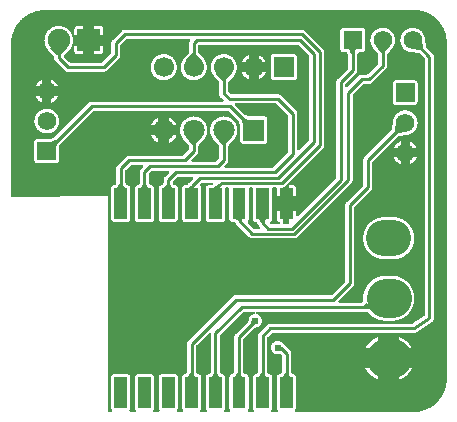
<source format=gtl>
G04 Layer: TopLayer*
G04 EasyEDA v6.1.30, Mon, 22 Apr 2019 04:26:04 GMT*
G04 3299eb1e32c44027902f169d4311eafc,c4e59543e3c44a9793b0b0a188f79ba1,10*
G04 Gerber Generator version 0.2*
G04 Scale: 100 percent, Rotated: No, Reflected: No *
G04 Dimensions in millimeters *
G04 leading zeros omitted , absolute positions ,3 integer and 3 decimal *
%FSLAX33Y33*%
%MOMM*%
G90*
G71D02*

%ADD10C,0.254000*%
%ADD11C,0.620014*%
%ADD14C,1.699997*%
%ADD15C,1.574800*%
%ADD16R,1.574800X1.574800*%
%ADD18C,1.799996*%
%ADD20C,1.899996*%
%ADD21C,3.302000*%
%ADD22C,3.048000*%

%LPD*%
G36*
G01X34439Y42427D02*
G01X3078Y42427D01*
G01X3001Y42425D01*
G01X2924Y42420D01*
G01X2847Y42414D01*
G01X2771Y42405D01*
G01X2695Y42395D01*
G01X2619Y42382D01*
G01X2543Y42367D01*
G01X2468Y42350D01*
G01X2393Y42332D01*
G01X2319Y42311D01*
G01X2246Y42288D01*
G01X2173Y42263D01*
G01X2101Y42237D01*
G01X2029Y42208D01*
G01X1959Y42177D01*
G01X1889Y42145D01*
G01X1820Y42111D01*
G01X1752Y42075D01*
G01X1685Y42037D01*
G01X1619Y41997D01*
G01X1554Y41955D01*
G01X1491Y41912D01*
G01X1428Y41867D01*
G01X1367Y41821D01*
G01X1307Y41772D01*
G01X1248Y41723D01*
G01X1191Y41671D01*
G01X1135Y41618D01*
G01X1081Y41564D01*
G01X1028Y41508D01*
G01X976Y41451D01*
G01X926Y41392D01*
G01X878Y41332D01*
G01X831Y41271D01*
G01X786Y41209D01*
G01X743Y41145D01*
G01X702Y41080D01*
G01X662Y41014D01*
G01X624Y40947D01*
G01X588Y40879D01*
G01X553Y40811D01*
G01X521Y40741D01*
G01X490Y40670D01*
G01X461Y40599D01*
G01X435Y40527D01*
G01X410Y40454D01*
G01X387Y40380D01*
G01X366Y40306D01*
G01X347Y40232D01*
G01X330Y40157D01*
G01X316Y40081D01*
G01X303Y40005D01*
G01X292Y39929D01*
G01X283Y39852D01*
G01X277Y39776D01*
G01X272Y39699D01*
G01X270Y39622D01*
G01X270Y26674D01*
G01X271Y26660D01*
G01X274Y26646D01*
G01X279Y26632D01*
G01X286Y26619D01*
G01X294Y26608D01*
G01X305Y26597D01*
G01X316Y26589D01*
G01X329Y26582D01*
G01X343Y26577D01*
G01X357Y26574D01*
G01X371Y26573D01*
G01X372Y26573D01*
G01X8509Y26670D01*
G01X8509Y8498D01*
G01X8510Y8484D01*
G01X8514Y8470D01*
G01X8519Y8456D01*
G01X8526Y8443D01*
G01X8534Y8432D01*
G01X8544Y8422D01*
G01X8556Y8413D01*
G01X8569Y8406D01*
G01X8582Y8401D01*
G01X8597Y8398D01*
G01X8611Y8397D01*
G01X8761Y8397D01*
G01X8776Y8398D01*
G01X8790Y8401D01*
G01X8804Y8406D01*
G01X8816Y8413D01*
G01X8828Y8422D01*
G01X8838Y8432D01*
G01X8847Y8443D01*
G01X8854Y8456D01*
G01X8859Y8470D01*
G01X8862Y8484D01*
G01X8863Y8498D01*
G01X8862Y8513D01*
G01X8859Y8527D01*
G01X8854Y8541D01*
G01X8847Y8553D01*
G01X8838Y8565D01*
G01X8824Y8583D01*
G01X8811Y8602D01*
G01X8800Y8622D01*
G01X8791Y8644D01*
G01X8784Y8665D01*
G01X8779Y8688D01*
G01X8776Y8711D01*
G01X8775Y8734D01*
G01X8775Y11333D01*
G01X8776Y11357D01*
G01X8779Y11381D01*
G01X8785Y11404D01*
G01X8792Y11426D01*
G01X8802Y11448D01*
G01X8813Y11469D01*
G01X8827Y11488D01*
G01X8842Y11506D01*
G01X8859Y11523D01*
G01X8877Y11538D01*
G01X8896Y11552D01*
G01X8917Y11563D01*
G01X8939Y11573D01*
G01X8961Y11580D01*
G01X8984Y11586D01*
G01X9008Y11589D01*
G01X9031Y11590D01*
G01X10131Y11590D01*
G01X10155Y11589D01*
G01X10179Y11586D01*
G01X10202Y11580D01*
G01X10224Y11573D01*
G01X10246Y11563D01*
G01X10267Y11552D01*
G01X10286Y11538D01*
G01X10304Y11523D01*
G01X10321Y11506D01*
G01X10336Y11488D01*
G01X10350Y11469D01*
G01X10361Y11448D01*
G01X10371Y11426D01*
G01X10378Y11404D01*
G01X10384Y11381D01*
G01X10387Y11357D01*
G01X10388Y11333D01*
G01X10388Y8734D01*
G01X10387Y8711D01*
G01X10384Y8688D01*
G01X10379Y8665D01*
G01X10372Y8644D01*
G01X10363Y8622D01*
G01X10352Y8602D01*
G01X10339Y8583D01*
G01X10325Y8565D01*
G01X10316Y8553D01*
G01X10309Y8541D01*
G01X10304Y8527D01*
G01X10301Y8513D01*
G01X10300Y8498D01*
G01X10301Y8484D01*
G01X10304Y8470D01*
G01X10309Y8456D01*
G01X10316Y8443D01*
G01X10325Y8432D01*
G01X10335Y8422D01*
G01X10347Y8413D01*
G01X10359Y8406D01*
G01X10373Y8401D01*
G01X10387Y8398D01*
G01X10402Y8397D01*
G01X10765Y8397D01*
G01X10779Y8398D01*
G01X10793Y8401D01*
G01X10807Y8406D01*
G01X10820Y8413D01*
G01X10831Y8422D01*
G01X10842Y8432D01*
G01X10850Y8443D01*
G01X10857Y8456D01*
G01X10862Y8470D01*
G01X10865Y8484D01*
G01X10866Y8498D01*
G01X10865Y8513D01*
G01X10862Y8527D01*
G01X10857Y8541D01*
G01X10850Y8554D01*
G01X10841Y8566D01*
G01X10826Y8584D01*
G01X10814Y8603D01*
G01X10802Y8623D01*
G01X10793Y8645D01*
G01X10786Y8667D01*
G01X10781Y8689D01*
G01X10778Y8712D01*
G01X10777Y8736D01*
G01X10777Y11336D01*
G01X10778Y11359D01*
G01X10781Y11383D01*
G01X10786Y11406D01*
G01X10794Y11428D01*
G01X10804Y11450D01*
G01X10815Y11471D01*
G01X10828Y11490D01*
G01X10844Y11508D01*
G01X10860Y11525D01*
G01X10879Y11540D01*
G01X10898Y11554D01*
G01X10919Y11565D01*
G01X10940Y11575D01*
G01X10963Y11582D01*
G01X10986Y11588D01*
G01X11009Y11591D01*
G01X11033Y11592D01*
G01X12133Y11592D01*
G01X12157Y11591D01*
G01X12180Y11588D01*
G01X12203Y11582D01*
G01X12226Y11575D01*
G01X12247Y11565D01*
G01X12268Y11554D01*
G01X12288Y11540D01*
G01X12306Y11525D01*
G01X12323Y11508D01*
G01X12338Y11490D01*
G01X12351Y11471D01*
G01X12363Y11450D01*
G01X12372Y11428D01*
G01X12380Y11406D01*
G01X12385Y11383D01*
G01X12388Y11359D01*
G01X12390Y11336D01*
G01X12390Y8736D01*
G01X12388Y8712D01*
G01X12385Y8689D01*
G01X12380Y8667D01*
G01X12373Y8645D01*
G01X12364Y8623D01*
G01X12353Y8603D01*
G01X12340Y8584D01*
G01X12325Y8566D01*
G01X12316Y8554D01*
G01X12309Y8541D01*
G01X12304Y8527D01*
G01X12301Y8513D01*
G01X12300Y8498D01*
G01X12301Y8484D01*
G01X12304Y8470D01*
G01X12309Y8456D01*
G01X12316Y8443D01*
G01X12324Y8432D01*
G01X12335Y8422D01*
G01X12346Y8413D01*
G01X12359Y8406D01*
G01X12373Y8401D01*
G01X12387Y8398D01*
G01X12401Y8397D01*
G01X12762Y8397D01*
G01X12776Y8398D01*
G01X12790Y8401D01*
G01X12804Y8406D01*
G01X12816Y8413D01*
G01X12828Y8422D01*
G01X12838Y8432D01*
G01X12847Y8443D01*
G01X12854Y8456D01*
G01X12859Y8470D01*
G01X12862Y8484D01*
G01X12863Y8498D01*
G01X12862Y8513D01*
G01X12859Y8527D01*
G01X12854Y8541D01*
G01X12847Y8553D01*
G01X12838Y8565D01*
G01X12824Y8583D01*
G01X12811Y8602D01*
G01X12800Y8622D01*
G01X12791Y8644D01*
G01X12784Y8665D01*
G01X12779Y8688D01*
G01X12776Y8711D01*
G01X12775Y8734D01*
G01X12775Y11333D01*
G01X12776Y11357D01*
G01X12779Y11381D01*
G01X12785Y11404D01*
G01X12792Y11426D01*
G01X12802Y11448D01*
G01X12814Y11469D01*
G01X12827Y11488D01*
G01X12842Y11506D01*
G01X12859Y11523D01*
G01X12877Y11538D01*
G01X12897Y11552D01*
G01X12917Y11563D01*
G01X12939Y11573D01*
G01X12961Y11580D01*
G01X12984Y11586D01*
G01X13008Y11589D01*
G01X13032Y11590D01*
G01X14131Y11590D01*
G01X14155Y11589D01*
G01X14179Y11586D01*
G01X14202Y11580D01*
G01X14224Y11573D01*
G01X14246Y11563D01*
G01X14267Y11552D01*
G01X14286Y11538D01*
G01X14304Y11523D01*
G01X14321Y11506D01*
G01X14336Y11488D01*
G01X14350Y11469D01*
G01X14361Y11448D01*
G01X14371Y11426D01*
G01X14378Y11404D01*
G01X14384Y11381D01*
G01X14387Y11357D01*
G01X14388Y11333D01*
G01X14388Y8734D01*
G01X14387Y8711D01*
G01X14384Y8688D01*
G01X14379Y8665D01*
G01X14372Y8644D01*
G01X14363Y8622D01*
G01X14352Y8602D01*
G01X14339Y8583D01*
G01X14325Y8565D01*
G01X14316Y8553D01*
G01X14309Y8541D01*
G01X14304Y8527D01*
G01X14301Y8513D01*
G01X14300Y8498D01*
G01X14301Y8484D01*
G01X14304Y8470D01*
G01X14309Y8456D01*
G01X14316Y8443D01*
G01X14325Y8432D01*
G01X14335Y8422D01*
G01X14347Y8413D01*
G01X14359Y8406D01*
G01X14373Y8401D01*
G01X14387Y8398D01*
G01X14402Y8397D01*
G01X14762Y8397D01*
G01X14776Y8398D01*
G01X14790Y8401D01*
G01X14804Y8406D01*
G01X14816Y8413D01*
G01X14828Y8422D01*
G01X14838Y8432D01*
G01X14847Y8443D01*
G01X14854Y8456D01*
G01X14859Y8470D01*
G01X14862Y8484D01*
G01X14863Y8498D01*
G01X14862Y8513D01*
G01X14859Y8527D01*
G01X14854Y8541D01*
G01X14847Y8553D01*
G01X14838Y8565D01*
G01X14824Y8583D01*
G01X14811Y8602D01*
G01X14800Y8622D01*
G01X14791Y8644D01*
G01X14784Y8665D01*
G01X14779Y8688D01*
G01X14776Y8711D01*
G01X14775Y8734D01*
G01X14775Y11333D01*
G01X14776Y11357D01*
G01X14779Y11381D01*
G01X14785Y11404D01*
G01X14792Y11426D01*
G01X14802Y11448D01*
G01X14814Y11469D01*
G01X14827Y11488D01*
G01X14842Y11506D01*
G01X14859Y11523D01*
G01X14877Y11538D01*
G01X14897Y11552D01*
G01X14917Y11563D01*
G01X14939Y11573D01*
G01X14961Y11580D01*
G01X14984Y11586D01*
G01X15008Y11589D01*
G01X15032Y11590D01*
G01X15043Y11590D01*
G01X15059Y11591D01*
G01X15074Y11595D01*
G01X15089Y11601D01*
G01X15103Y11610D01*
G01X15115Y11620D01*
G01X15125Y11632D01*
G01X15133Y11646D01*
G01X15187Y11754D01*
G01X15193Y11768D01*
G01X15197Y11784D01*
G01X15198Y11799D01*
G01X15198Y14184D01*
G01X15199Y14214D01*
G01X15203Y14244D01*
G01X15209Y14273D01*
G01X15217Y14302D01*
G01X15227Y14330D01*
G01X15240Y14358D01*
G01X15255Y14384D01*
G01X15271Y14409D01*
G01X15290Y14433D01*
G01X15310Y14455D01*
G01X19033Y18178D01*
G01X19055Y18198D01*
G01X19079Y18217D01*
G01X19104Y18234D01*
G01X19130Y18248D01*
G01X19158Y18261D01*
G01X19186Y18271D01*
G01X19215Y18279D01*
G01X19244Y18285D01*
G01X19274Y18289D01*
G01X19304Y18290D01*
G01X27358Y18290D01*
G01X27374Y18291D01*
G01X27390Y18295D01*
G01X27405Y18301D01*
G01X27418Y18309D01*
G01X27430Y18320D01*
G01X28543Y19433D01*
G01X28553Y19445D01*
G01X28562Y19458D01*
G01X28568Y19473D01*
G01X28572Y19489D01*
G01X28573Y19504D01*
G01X28573Y25908D01*
G01X28574Y25938D01*
G01X28578Y25967D01*
G01X28583Y25997D01*
G01X28592Y26026D01*
G01X28602Y26054D01*
G01X28615Y26082D01*
G01X28629Y26108D01*
G01X28646Y26133D01*
G01X28665Y26157D01*
G01X28685Y26179D01*
G01X30067Y27561D01*
G01X30077Y27573D01*
G01X30086Y27586D01*
G01X30092Y27601D01*
G01X30096Y27617D01*
G01X30097Y27632D01*
G01X30097Y29718D01*
G01X30098Y29748D01*
G01X30102Y29777D01*
G01X30107Y29807D01*
G01X30116Y29836D01*
G01X30126Y29864D01*
G01X30139Y29892D01*
G01X30153Y29918D01*
G01X30170Y29943D01*
G01X30189Y29967D01*
G01X30209Y29989D01*
G01X32534Y32313D01*
G01X32545Y32327D01*
G01X32554Y32342D01*
G01X32560Y32359D01*
G01X32563Y32376D01*
G01X32614Y32960D01*
G01X32614Y32962D01*
G01X32618Y33008D01*
G01X32624Y33054D01*
G01X32632Y33099D01*
G01X32642Y33144D01*
G01X32654Y33189D01*
G01X32669Y33233D01*
G01X32685Y33276D01*
G01X32702Y33319D01*
G01X32722Y33360D01*
G01X32744Y33401D01*
G01X32767Y33441D01*
G01X32792Y33480D01*
G01X32819Y33517D01*
G01X32848Y33554D01*
G01X32878Y33589D01*
G01X32909Y33623D01*
G01X32942Y33655D01*
G01X32977Y33686D01*
G01X33012Y33715D01*
G01X33049Y33743D01*
G01X33088Y33769D01*
G01X33127Y33793D01*
G01X33167Y33815D01*
G01X33209Y33836D01*
G01X33251Y33855D01*
G01X33294Y33872D01*
G01X33337Y33887D01*
G01X33382Y33900D01*
G01X33426Y33911D01*
G01X33472Y33920D01*
G01X33517Y33927D01*
G01X33563Y33932D01*
G01X33609Y33935D01*
G01X33655Y33936D01*
G01X33702Y33935D01*
G01X33749Y33932D01*
G01X33796Y33927D01*
G01X33842Y33920D01*
G01X33888Y33910D01*
G01X33933Y33899D01*
G01X33978Y33885D01*
G01X34022Y33870D01*
G01X34066Y33852D01*
G01X34108Y33833D01*
G01X34150Y33812D01*
G01X34191Y33789D01*
G01X34231Y33764D01*
G01X34269Y33737D01*
G01X34306Y33709D01*
G01X34342Y33679D01*
G01X34377Y33647D01*
G01X34410Y33614D01*
G01X34442Y33579D01*
G01X34472Y33543D01*
G01X34500Y33506D01*
G01X34527Y33468D01*
G01X34552Y33428D01*
G01X34575Y33387D01*
G01X34596Y33345D01*
G01X34615Y33303D01*
G01X34633Y33259D01*
G01X34648Y33215D01*
G01X34662Y33170D01*
G01X34673Y33125D01*
G01X34683Y33079D01*
G01X34690Y33033D01*
G01X34695Y32986D01*
G01X34698Y32939D01*
G01X34699Y32893D01*
G01X34698Y32846D01*
G01X34695Y32800D01*
G01X34690Y32754D01*
G01X34683Y32709D01*
G01X34674Y32663D01*
G01X34663Y32619D01*
G01X34650Y32574D01*
G01X34635Y32531D01*
G01X34618Y32488D01*
G01X34599Y32446D01*
G01X34578Y32404D01*
G01X34556Y32364D01*
G01X34531Y32325D01*
G01X34505Y32287D01*
G01X34478Y32250D01*
G01X34449Y32214D01*
G01X34418Y32179D01*
G01X34386Y32146D01*
G01X34352Y32115D01*
G01X34317Y32085D01*
G01X34280Y32056D01*
G01X34243Y32029D01*
G01X34204Y32004D01*
G01X34164Y31981D01*
G01X34123Y31959D01*
G01X34082Y31940D01*
G01X34039Y31922D01*
G01X33996Y31906D01*
G01X33952Y31892D01*
G01X33907Y31879D01*
G01X33862Y31869D01*
G01X33817Y31861D01*
G01X33771Y31855D01*
G01X33725Y31851D01*
G01X33723Y31851D01*
G01X33139Y31800D01*
G01X33122Y31797D01*
G01X33105Y31791D01*
G01X33090Y31782D01*
G01X33076Y31771D01*
G01X30894Y29588D01*
G01X30883Y29576D01*
G01X30875Y29563D01*
G01X30869Y29548D01*
G01X30865Y29532D01*
G01X30864Y29517D01*
G01X30864Y27431D01*
G01X30863Y27401D01*
G01X30859Y27372D01*
G01X30853Y27342D01*
G01X30845Y27313D01*
G01X30835Y27285D01*
G01X30822Y27257D01*
G01X30807Y27231D01*
G01X30791Y27206D01*
G01X30772Y27182D01*
G01X30752Y27160D01*
G01X29370Y25778D01*
G01X29359Y25766D01*
G01X29351Y25753D01*
G01X29345Y25738D01*
G01X29341Y25722D01*
G01X29340Y25707D01*
G01X29340Y19303D01*
G01X29339Y19273D01*
G01X29335Y19244D01*
G01X29329Y19214D01*
G01X29321Y19185D01*
G01X29311Y19157D01*
G01X29298Y19129D01*
G01X29283Y19103D01*
G01X29267Y19078D01*
G01X29248Y19054D01*
G01X29228Y19032D01*
G01X28024Y17828D01*
G01X28013Y17816D01*
G01X28005Y17803D01*
G01X27999Y17788D01*
G01X27995Y17773D01*
G01X27994Y17757D01*
G01X27995Y17742D01*
G01X27998Y17728D01*
G01X28003Y17714D01*
G01X28010Y17702D01*
G01X28019Y17690D01*
G01X28029Y17680D01*
G01X28041Y17671D01*
G01X28053Y17664D01*
G01X28067Y17659D01*
G01X28081Y17656D01*
G01X28096Y17655D01*
G01X29943Y17655D01*
G01X29960Y17656D01*
G01X29977Y17661D01*
G01X29992Y17667D01*
G01X30006Y17677D01*
G01X30019Y17688D01*
G01X30081Y17757D01*
G01X30090Y17769D01*
G01X30098Y17782D01*
G01X30103Y17796D01*
G01X30107Y17811D01*
G01X30108Y17825D01*
G01X30101Y17902D01*
G01X30098Y17968D01*
G01X30097Y18034D01*
G01X30098Y18096D01*
G01X30101Y18158D01*
G01X30106Y18220D01*
G01X30113Y18282D01*
G01X30122Y18344D01*
G01X30134Y18406D01*
G01X30147Y18467D01*
G01X30162Y18527D01*
G01X30179Y18587D01*
G01X30198Y18647D01*
G01X30219Y18705D01*
G01X30242Y18763D01*
G01X30267Y18821D01*
G01X30294Y18877D01*
G01X30322Y18933D01*
G01X30352Y18987D01*
G01X30385Y19041D01*
G01X30418Y19093D01*
G01X30454Y19145D01*
G01X30491Y19195D01*
G01X30530Y19244D01*
G01X30570Y19291D01*
G01X30612Y19337D01*
G01X30656Y19382D01*
G01X30700Y19426D01*
G01X30747Y19468D01*
G01X30794Y19508D01*
G01X30843Y19547D01*
G01X30893Y19584D01*
G01X30945Y19620D01*
G01X30997Y19653D01*
G01X31051Y19685D01*
G01X31105Y19716D01*
G01X31161Y19744D01*
G01X31217Y19771D01*
G01X31274Y19796D01*
G01X31332Y19819D01*
G01X31391Y19840D01*
G01X31451Y19859D01*
G01X31511Y19876D01*
G01X31571Y19891D01*
G01X31632Y19904D01*
G01X31694Y19916D01*
G01X31755Y19925D01*
G01X31817Y19932D01*
G01X31880Y19937D01*
G01X31942Y19940D01*
G01X32004Y19941D01*
G01X32512Y19941D01*
G01X32575Y19940D01*
G01X32637Y19937D01*
G01X32699Y19932D01*
G01X32761Y19925D01*
G01X32823Y19916D01*
G01X32885Y19904D01*
G01X32946Y19891D01*
G01X33006Y19876D01*
G01X33066Y19859D01*
G01X33126Y19840D01*
G01X33184Y19819D01*
G01X33242Y19796D01*
G01X33300Y19771D01*
G01X33356Y19744D01*
G01X33412Y19716D01*
G01X33466Y19685D01*
G01X33520Y19653D01*
G01X33572Y19620D01*
G01X33624Y19584D01*
G01X33674Y19547D01*
G01X33723Y19508D01*
G01X33770Y19468D01*
G01X33816Y19426D01*
G01X33861Y19382D01*
G01X33905Y19337D01*
G01X33947Y19291D01*
G01X33987Y19244D01*
G01X34026Y19195D01*
G01X34063Y19145D01*
G01X34098Y19093D01*
G01X34132Y19041D01*
G01X34164Y18987D01*
G01X34195Y18933D01*
G01X34223Y18877D01*
G01X34250Y18821D01*
G01X34275Y18763D01*
G01X34298Y18705D01*
G01X34319Y18647D01*
G01X34338Y18587D01*
G01X34355Y18527D01*
G01X34370Y18467D01*
G01X34383Y18406D01*
G01X34394Y18344D01*
G01X34404Y18282D01*
G01X34411Y18220D01*
G01X34416Y18158D01*
G01X34419Y18096D01*
G01X34420Y18034D01*
G01X34419Y17971D01*
G01X34416Y17909D01*
G01X34411Y17847D01*
G01X34404Y17785D01*
G01X34394Y17723D01*
G01X34383Y17661D01*
G01X34370Y17600D01*
G01X34355Y17540D01*
G01X34338Y17480D01*
G01X34319Y17420D01*
G01X34298Y17362D01*
G01X34275Y17304D01*
G01X34250Y17246D01*
G01X34223Y17190D01*
G01X34195Y17134D01*
G01X34164Y17080D01*
G01X34132Y17026D01*
G01X34098Y16974D01*
G01X34063Y16922D01*
G01X34026Y16872D01*
G01X33987Y16823D01*
G01X33947Y16776D01*
G01X33905Y16730D01*
G01X33861Y16685D01*
G01X33816Y16641D01*
G01X33770Y16599D01*
G01X33723Y16559D01*
G01X33674Y16520D01*
G01X33624Y16483D01*
G01X33572Y16447D01*
G01X33520Y16414D01*
G01X33466Y16382D01*
G01X33412Y16351D01*
G01X33356Y16323D01*
G01X33300Y16296D01*
G01X33242Y16271D01*
G01X33184Y16248D01*
G01X33126Y16227D01*
G01X33066Y16208D01*
G01X33006Y16191D01*
G01X32946Y16176D01*
G01X32885Y16163D01*
G01X32823Y16151D01*
G01X32761Y16142D01*
G01X32699Y16135D01*
G01X32637Y16130D01*
G01X32575Y16127D01*
G01X32512Y16126D01*
G01X32004Y16126D01*
G01X31941Y16127D01*
G01X31878Y16130D01*
G01X31815Y16135D01*
G01X31753Y16143D01*
G01X31690Y16152D01*
G01X31628Y16163D01*
G01X31567Y16177D01*
G01X31505Y16192D01*
G01X31445Y16210D01*
G01X31385Y16229D01*
G01X31325Y16251D01*
G01X31267Y16274D01*
G01X31209Y16300D01*
G01X31152Y16327D01*
G01X31096Y16356D01*
G01X31041Y16387D01*
G01X30987Y16420D01*
G01X30934Y16454D01*
G01X30883Y16491D01*
G01X30832Y16529D01*
G01X30783Y16568D01*
G01X30735Y16609D01*
G01X30689Y16652D01*
G01X30644Y16696D01*
G01X30601Y16742D01*
G01X30559Y16789D01*
G01X30518Y16838D01*
G01X30506Y16850D01*
G01X30493Y16860D01*
G01X30478Y16868D01*
G01X30461Y16873D01*
G01X30444Y16875D01*
G01X30202Y16888D01*
G01X21072Y16888D01*
G01X21058Y16887D01*
G01X21044Y16884D01*
G01X21030Y16879D01*
G01X21017Y16872D01*
G01X21006Y16863D01*
G01X20995Y16853D01*
G01X20987Y16841D01*
G01X20980Y16829D01*
G01X20975Y16815D01*
G01X20972Y16801D01*
G01X20971Y16786D01*
G01X20972Y16771D01*
G01X20975Y16755D01*
G01X20981Y16741D01*
G01X20990Y16727D01*
G01X21000Y16715D01*
G01X21011Y16705D01*
G01X21025Y16697D01*
G01X21039Y16690D01*
G01X21054Y16686D01*
G01X21088Y16679D01*
G01X21121Y16670D01*
G01X21154Y16659D01*
G01X21186Y16646D01*
G01X21217Y16631D01*
G01X21247Y16615D01*
G01X21275Y16596D01*
G01X21303Y16576D01*
G01X21330Y16554D01*
G01X21355Y16530D01*
G01X21378Y16505D01*
G01X21400Y16479D01*
G01X21421Y16451D01*
G01X21440Y16423D01*
G01X21457Y16393D01*
G01X21472Y16362D01*
G01X21485Y16330D01*
G01X21496Y16298D01*
G01X21505Y16265D01*
G01X21513Y16231D01*
G01X21518Y16197D01*
G01X21521Y16163D01*
G01X21522Y16129D01*
G01X21521Y16094D01*
G01X21518Y16059D01*
G01X21512Y16024D01*
G01X21505Y15990D01*
G01X21495Y15956D01*
G01X21483Y15923D01*
G01X21470Y15891D01*
G01X21454Y15860D01*
G01X21437Y15829D01*
G01X21417Y15800D01*
G01X21396Y15772D01*
G01X21373Y15746D01*
G01X21349Y15721D01*
G01X21323Y15697D01*
G01X21295Y15675D01*
G01X21267Y15655D01*
G01X21237Y15637D01*
G01X21206Y15620D01*
G01X21174Y15606D01*
G01X21141Y15593D01*
G01X21108Y15583D01*
G01X21074Y15575D01*
G01X21040Y15568D01*
G01X21021Y15564D01*
G01X20909Y15525D01*
G01X20894Y15519D01*
G01X20881Y15511D01*
G01X20870Y15501D01*
G01X19972Y14602D01*
G01X19961Y14590D01*
G01X19953Y14577D01*
G01X19947Y14562D01*
G01X19943Y14546D01*
G01X19942Y14531D01*
G01X19942Y11799D01*
G01X19943Y11783D01*
G01X19947Y11768D01*
G01X19953Y11754D01*
G01X20006Y11646D01*
G01X20015Y11632D01*
G01X20025Y11620D01*
G01X20037Y11610D01*
G01X20051Y11601D01*
G01X20066Y11595D01*
G01X20081Y11591D01*
G01X20097Y11590D01*
G01X20131Y11590D01*
G01X20155Y11589D01*
G01X20179Y11586D01*
G01X20202Y11580D01*
G01X20224Y11573D01*
G01X20246Y11563D01*
G01X20266Y11552D01*
G01X20286Y11538D01*
G01X20304Y11523D01*
G01X20321Y11506D01*
G01X20336Y11488D01*
G01X20350Y11469D01*
G01X20361Y11448D01*
G01X20371Y11426D01*
G01X20378Y11404D01*
G01X20384Y11381D01*
G01X20387Y11357D01*
G01X20388Y11333D01*
G01X20388Y8734D01*
G01X20387Y8711D01*
G01X20384Y8688D01*
G01X20379Y8665D01*
G01X20372Y8644D01*
G01X20363Y8622D01*
G01X20352Y8602D01*
G01X20339Y8583D01*
G01X20325Y8565D01*
G01X20316Y8553D01*
G01X20309Y8541D01*
G01X20304Y8527D01*
G01X20301Y8513D01*
G01X20300Y8498D01*
G01X20301Y8484D01*
G01X20304Y8470D01*
G01X20309Y8456D01*
G01X20316Y8443D01*
G01X20325Y8432D01*
G01X20335Y8422D01*
G01X20347Y8413D01*
G01X20359Y8406D01*
G01X20373Y8401D01*
G01X20387Y8398D01*
G01X20402Y8397D01*
G01X20762Y8397D01*
G01X20776Y8398D01*
G01X20790Y8401D01*
G01X20804Y8406D01*
G01X20816Y8413D01*
G01X20828Y8422D01*
G01X20838Y8432D01*
G01X20847Y8443D01*
G01X20854Y8456D01*
G01X20859Y8470D01*
G01X20862Y8484D01*
G01X20863Y8498D01*
G01X20862Y8513D01*
G01X20859Y8527D01*
G01X20854Y8541D01*
G01X20847Y8553D01*
G01X20838Y8565D01*
G01X20824Y8583D01*
G01X20811Y8602D01*
G01X20800Y8622D01*
G01X20791Y8644D01*
G01X20784Y8665D01*
G01X20779Y8688D01*
G01X20776Y8711D01*
G01X20775Y8734D01*
G01X20775Y11333D01*
G01X20776Y11357D01*
G01X20779Y11381D01*
G01X20785Y11404D01*
G01X20792Y11426D01*
G01X20802Y11448D01*
G01X20813Y11469D01*
G01X20827Y11488D01*
G01X20842Y11506D01*
G01X20859Y11523D01*
G01X20877Y11538D01*
G01X20897Y11552D01*
G01X20917Y11563D01*
G01X20939Y11573D01*
G01X20961Y11580D01*
G01X20984Y11586D01*
G01X21008Y11589D01*
G01X21032Y11590D01*
G01X21045Y11590D01*
G01X21061Y11591D01*
G01X21076Y11595D01*
G01X21091Y11601D01*
G01X21105Y11610D01*
G01X21117Y11620D01*
G01X21127Y11632D01*
G01X21135Y11646D01*
G01X21190Y11754D01*
G01X21196Y11769D01*
G01X21199Y11784D01*
G01X21200Y11800D01*
G01X21207Y14859D01*
G01X21208Y14889D01*
G01X21212Y14919D01*
G01X21218Y14949D01*
G01X21226Y14977D01*
G01X21236Y15006D01*
G01X21249Y15033D01*
G01X21264Y15059D01*
G01X21280Y15084D01*
G01X21299Y15108D01*
G01X21319Y15130D01*
G01X21954Y15765D01*
G01X21976Y15785D01*
G01X22000Y15804D01*
G01X22025Y15821D01*
G01X22051Y15835D01*
G01X22079Y15848D01*
G01X22107Y15858D01*
G01X22136Y15866D01*
G01X22165Y15872D01*
G01X22195Y15876D01*
G01X22225Y15877D01*
G01X34275Y15877D01*
G01X34290Y15878D01*
G01X34304Y15881D01*
G01X34317Y15886D01*
G01X34330Y15893D01*
G01X35257Y16488D01*
G01X35269Y16497D01*
G01X35279Y16507D01*
G01X35288Y16519D01*
G01X35295Y16532D01*
G01X35300Y16545D01*
G01X35303Y16559D01*
G01X35304Y16574D01*
G01X35304Y38280D01*
G01X35303Y38295D01*
G01X35299Y38311D01*
G01X35293Y38326D01*
G01X35284Y38339D01*
G01X35274Y38351D01*
G01X34870Y38756D01*
G01X34856Y38767D01*
G01X34841Y38776D01*
G01X34824Y38782D01*
G01X34806Y38785D01*
G01X34223Y38836D01*
G01X34221Y38836D01*
G01X34175Y38840D01*
G01X34129Y38846D01*
G01X34084Y38854D01*
G01X34039Y38864D01*
G01X33994Y38877D01*
G01X33950Y38891D01*
G01X33907Y38907D01*
G01X33864Y38925D01*
G01X33822Y38944D01*
G01X33782Y38966D01*
G01X33742Y38989D01*
G01X33703Y39014D01*
G01X33665Y39041D01*
G01X33629Y39070D01*
G01X33594Y39100D01*
G01X33560Y39131D01*
G01X33528Y39164D01*
G01X33497Y39199D01*
G01X33468Y39235D01*
G01X33440Y39272D01*
G01X33414Y39310D01*
G01X33390Y39349D01*
G01X33368Y39389D01*
G01X33347Y39431D01*
G01X33328Y39473D01*
G01X33311Y39516D01*
G01X33296Y39559D01*
G01X33283Y39604D01*
G01X33272Y39648D01*
G01X33263Y39694D01*
G01X33256Y39739D01*
G01X33251Y39785D01*
G01X33247Y39831D01*
G01X33246Y39878D01*
G01X33248Y39924D01*
G01X33251Y39971D01*
G01X33256Y40018D01*
G01X33263Y40064D01*
G01X33273Y40110D01*
G01X33284Y40155D01*
G01X33298Y40200D01*
G01X33313Y40244D01*
G01X33330Y40288D01*
G01X33350Y40330D01*
G01X33371Y40372D01*
G01X33394Y40413D01*
G01X33419Y40453D01*
G01X33446Y40491D01*
G01X33474Y40528D01*
G01X33504Y40564D01*
G01X33536Y40599D01*
G01X33569Y40632D01*
G01X33604Y40664D01*
G01X33640Y40694D01*
G01X33677Y40722D01*
G01X33715Y40749D01*
G01X33755Y40774D01*
G01X33796Y40797D01*
G01X33837Y40818D01*
G01X33880Y40837D01*
G01X33924Y40855D01*
G01X33968Y40870D01*
G01X34013Y40884D01*
G01X34058Y40895D01*
G01X34104Y40905D01*
G01X34150Y40912D01*
G01X34197Y40917D01*
G01X34244Y40920D01*
G01X34290Y40921D01*
G01X34337Y40920D01*
G01X34383Y40917D01*
G01X34429Y40912D01*
G01X34474Y40905D01*
G01X34519Y40896D01*
G01X34564Y40885D01*
G01X34609Y40872D01*
G01X34652Y40857D01*
G01X34695Y40840D01*
G01X34737Y40821D01*
G01X34779Y40800D01*
G01X34819Y40778D01*
G01X34858Y40754D01*
G01X34896Y40728D01*
G01X34933Y40700D01*
G01X34969Y40671D01*
G01X35004Y40640D01*
G01X35037Y40608D01*
G01X35068Y40574D01*
G01X35098Y40539D01*
G01X35127Y40502D01*
G01X35153Y40465D01*
G01X35179Y40426D01*
G01X35202Y40386D01*
G01X35224Y40345D01*
G01X35243Y40304D01*
G01X35261Y40261D01*
G01X35277Y40218D01*
G01X35291Y40174D01*
G01X35304Y40129D01*
G01X35314Y40084D01*
G01X35322Y40039D01*
G01X35328Y39993D01*
G01X35332Y39947D01*
G01X35332Y39945D01*
G01X35383Y39361D01*
G01X35386Y39344D01*
G01X35392Y39327D01*
G01X35401Y39312D01*
G01X35412Y39298D01*
G01X35959Y38752D01*
G01X35979Y38730D01*
G01X35998Y38706D01*
G01X36014Y38681D01*
G01X36029Y38655D01*
G01X36042Y38627D01*
G01X36052Y38599D01*
G01X36060Y38570D01*
G01X36066Y38540D01*
G01X36070Y38511D01*
G01X36071Y38480D01*
G01X36071Y16309D01*
G01X36070Y16279D01*
G01X36066Y16250D01*
G01X36061Y16221D01*
G01X36053Y16193D01*
G01X36043Y16165D01*
G01X36031Y16138D01*
G01X36017Y16112D01*
G01X36001Y16087D01*
G01X35983Y16064D01*
G01X35963Y16042D01*
G01X35942Y16022D01*
G01X35919Y16003D01*
G01X35895Y15986D01*
G01X34625Y15171D01*
G01X34598Y15155D01*
G01X34569Y15141D01*
G01X34540Y15130D01*
G01X34510Y15121D01*
G01X34480Y15115D01*
G01X34449Y15111D01*
G01X34417Y15110D01*
G01X22426Y15110D01*
G01X22410Y15109D01*
G01X22395Y15105D01*
G01X22380Y15099D01*
G01X22367Y15091D01*
G01X22355Y15080D01*
G01X22003Y14729D01*
G01X21993Y14717D01*
G01X21985Y14703D01*
G01X21979Y14689D01*
G01X21975Y14673D01*
G01X21974Y14657D01*
G01X21968Y11799D01*
G01X21968Y11798D01*
G01X21969Y11783D01*
G01X21972Y11768D01*
G01X21978Y11753D01*
G01X22031Y11646D01*
G01X22040Y11633D01*
G01X22050Y11620D01*
G01X22062Y11610D01*
G01X22076Y11601D01*
G01X22091Y11595D01*
G01X22106Y11591D01*
G01X22122Y11590D01*
G01X22131Y11590D01*
G01X22155Y11589D01*
G01X22179Y11586D01*
G01X22202Y11580D01*
G01X22224Y11573D01*
G01X22246Y11563D01*
G01X22266Y11552D01*
G01X22286Y11538D01*
G01X22304Y11523D01*
G01X22321Y11506D01*
G01X22336Y11488D01*
G01X22350Y11469D01*
G01X22361Y11448D01*
G01X22371Y11426D01*
G01X22378Y11404D01*
G01X22384Y11381D01*
G01X22387Y11357D01*
G01X22388Y11333D01*
G01X22388Y8734D01*
G01X22387Y8711D01*
G01X22384Y8688D01*
G01X22379Y8665D01*
G01X22372Y8644D01*
G01X22363Y8622D01*
G01X22352Y8602D01*
G01X22339Y8583D01*
G01X22325Y8565D01*
G01X22316Y8553D01*
G01X22309Y8541D01*
G01X22304Y8527D01*
G01X22301Y8513D01*
G01X22300Y8498D01*
G01X22301Y8484D01*
G01X22304Y8470D01*
G01X22309Y8456D01*
G01X22316Y8443D01*
G01X22325Y8432D01*
G01X22335Y8422D01*
G01X22347Y8413D01*
G01X22359Y8406D01*
G01X22373Y8401D01*
G01X22387Y8398D01*
G01X22402Y8397D01*
G01X22762Y8397D01*
G01X22776Y8398D01*
G01X22790Y8401D01*
G01X22804Y8406D01*
G01X22816Y8413D01*
G01X22828Y8422D01*
G01X22838Y8432D01*
G01X22847Y8443D01*
G01X22854Y8456D01*
G01X22859Y8470D01*
G01X22862Y8484D01*
G01X22863Y8498D01*
G01X22862Y8513D01*
G01X22859Y8527D01*
G01X22854Y8541D01*
G01X22847Y8553D01*
G01X22838Y8565D01*
G01X22824Y8583D01*
G01X22811Y8602D01*
G01X22800Y8622D01*
G01X22791Y8644D01*
G01X22784Y8665D01*
G01X22779Y8688D01*
G01X22776Y8711D01*
G01X22775Y8734D01*
G01X22775Y11333D01*
G01X22776Y11357D01*
G01X22779Y11381D01*
G01X22785Y11404D01*
G01X22792Y11426D01*
G01X22802Y11448D01*
G01X22813Y11469D01*
G01X22827Y11488D01*
G01X22842Y11506D01*
G01X22859Y11523D01*
G01X22877Y11538D01*
G01X22897Y11552D01*
G01X22917Y11563D01*
G01X22939Y11573D01*
G01X22961Y11580D01*
G01X22984Y11586D01*
G01X23008Y11589D01*
G01X23032Y11590D01*
G01X23084Y11590D01*
G01X23100Y11591D01*
G01X23115Y11595D01*
G01X23130Y11601D01*
G01X23144Y11610D01*
G01X23156Y11620D01*
G01X23166Y11632D01*
G01X23174Y11646D01*
G01X23228Y11754D01*
G01X23234Y11768D01*
G01X23238Y11783D01*
G01X23239Y11799D01*
G01X23239Y13134D01*
G01X23238Y13149D01*
G01X23234Y13165D01*
G01X23228Y13180D01*
G01X23219Y13193D01*
G01X23209Y13205D01*
G01X23142Y13273D01*
G01X23130Y13283D01*
G01X23116Y13291D01*
G01X23101Y13298D01*
G01X23086Y13301D01*
G01X23070Y13302D01*
G01X23064Y13302D01*
G01X23036Y13301D01*
G01X23014Y13297D01*
G01X22976Y13288D01*
G01X22938Y13281D01*
G01X22899Y13277D01*
G01X22860Y13276D01*
G01X22826Y13277D01*
G01X22792Y13280D01*
G01X22758Y13285D01*
G01X22725Y13292D01*
G01X22692Y13302D01*
G01X22660Y13313D01*
G01X22628Y13326D01*
G01X22597Y13341D01*
G01X22567Y13358D01*
G01X22539Y13376D01*
G01X22511Y13397D01*
G01X22485Y13418D01*
G01X22460Y13442D01*
G01X22436Y13467D01*
G01X22414Y13493D01*
G01X22394Y13521D01*
G01X22376Y13549D01*
G01X22359Y13579D01*
G01X22344Y13610D01*
G01X22331Y13642D01*
G01X22320Y13674D01*
G01X22310Y13707D01*
G01X22303Y13740D01*
G01X22298Y13774D01*
G01X22295Y13808D01*
G01X22294Y13843D01*
G01X22295Y13877D01*
G01X22298Y13911D01*
G01X22303Y13945D01*
G01X22310Y13978D01*
G01X22320Y14011D01*
G01X22331Y14043D01*
G01X22344Y14075D01*
G01X22359Y14106D01*
G01X22376Y14136D01*
G01X22394Y14164D01*
G01X22414Y14192D01*
G01X22436Y14218D01*
G01X22460Y14243D01*
G01X22485Y14267D01*
G01X22511Y14288D01*
G01X22539Y14309D01*
G01X22567Y14327D01*
G01X22597Y14344D01*
G01X22628Y14359D01*
G01X22660Y14372D01*
G01X22692Y14383D01*
G01X22725Y14393D01*
G01X22758Y14400D01*
G01X22792Y14405D01*
G01X22826Y14408D01*
G01X22860Y14409D01*
G01X22896Y14408D01*
G01X22932Y14405D01*
G01X22967Y14399D01*
G01X23002Y14391D01*
G01X23036Y14381D01*
G01X23070Y14369D01*
G01X23103Y14355D01*
G01X23135Y14338D01*
G01X23165Y14320D01*
G01X23195Y14300D01*
G01X23223Y14278D01*
G01X23250Y14254D01*
G01X23275Y14229D01*
G01X23299Y14202D01*
G01X23320Y14173D01*
G01X23331Y14161D01*
G01X23342Y14151D01*
G01X23365Y14133D01*
G01X23386Y14114D01*
G01X23486Y14013D01*
G01X23487Y14012D01*
G01X23894Y13606D01*
G01X23914Y13584D01*
G01X23933Y13560D01*
G01X23949Y13535D01*
G01X23964Y13509D01*
G01X23977Y13481D01*
G01X23987Y13453D01*
G01X23995Y13424D01*
G01X24001Y13394D01*
G01X24005Y13365D01*
G01X24006Y13334D01*
G01X24006Y11799D01*
G01X24007Y11783D01*
G01X24011Y11768D01*
G01X24017Y11754D01*
G01X24071Y11645D01*
G01X24079Y11632D01*
G01X24088Y11621D01*
G01X24099Y11611D01*
G01X24111Y11602D01*
G01X24124Y11596D01*
G01X24139Y11591D01*
G01X24153Y11589D01*
G01X24177Y11586D01*
G01X24200Y11581D01*
G01X24223Y11573D01*
G01X24245Y11564D01*
G01X24265Y11552D01*
G01X24285Y11539D01*
G01X24303Y11524D01*
G01X24320Y11507D01*
G01X24336Y11489D01*
G01X24349Y11469D01*
G01X24361Y11448D01*
G01X24370Y11427D01*
G01X24378Y11404D01*
G01X24384Y11381D01*
G01X24387Y11357D01*
G01X24388Y11333D01*
G01X24388Y8734D01*
G01X24387Y8711D01*
G01X24384Y8688D01*
G01X24379Y8665D01*
G01X24372Y8644D01*
G01X24363Y8622D01*
G01X24352Y8602D01*
G01X24339Y8583D01*
G01X24325Y8565D01*
G01X24316Y8553D01*
G01X24309Y8541D01*
G01X24304Y8527D01*
G01X24301Y8513D01*
G01X24300Y8498D01*
G01X24301Y8484D01*
G01X24304Y8470D01*
G01X24309Y8456D01*
G01X24316Y8443D01*
G01X24325Y8432D01*
G01X24335Y8422D01*
G01X24347Y8413D01*
G01X24359Y8406D01*
G01X24373Y8401D01*
G01X24387Y8398D01*
G01X24402Y8397D01*
G01X34415Y8397D01*
G01X34492Y8400D01*
G01X34568Y8405D01*
G01X34645Y8413D01*
G01X34721Y8422D01*
G01X34796Y8434D01*
G01X34872Y8447D01*
G01X34947Y8463D01*
G01X35022Y8480D01*
G01X35096Y8500D01*
G01X35169Y8522D01*
G01X35242Y8545D01*
G01X35315Y8571D01*
G01X35386Y8598D01*
G01X35457Y8628D01*
G01X35527Y8659D01*
G01X35596Y8692D01*
G01X35664Y8727D01*
G01X35731Y8764D01*
G01X35798Y8803D01*
G01X35863Y8843D01*
G01X35927Y8886D01*
G01X35990Y8929D01*
G01X36051Y8975D01*
G01X36112Y9022D01*
G01X36171Y9071D01*
G01X36228Y9122D01*
G01X36285Y9174D01*
G01X36340Y9227D01*
G01X36393Y9282D01*
G01X36445Y9338D01*
G01X36495Y9396D01*
G01X36544Y9455D01*
G01X36592Y9516D01*
G01X36637Y9577D01*
G01X36681Y9640D01*
G01X36723Y9704D01*
G01X36764Y9769D01*
G01X36802Y9836D01*
G01X36839Y9903D01*
G01X36874Y9971D01*
G01X36907Y10040D01*
G01X36939Y10110D01*
G01X36968Y10181D01*
G01X36995Y10253D01*
G01X37021Y10325D01*
G01X37044Y10398D01*
G01X37066Y10471D01*
G01X37086Y10545D01*
G01X37103Y10620D01*
G01X37119Y10695D01*
G01X37132Y10771D01*
G01X37144Y10846D01*
G01X37153Y10923D01*
G01X37161Y10999D01*
G01X37166Y11075D01*
G01X37169Y11152D01*
G01X37170Y11229D01*
G01X37170Y39696D01*
G01X37169Y39772D01*
G01X37166Y39847D01*
G01X37161Y39922D01*
G01X37154Y39997D01*
G01X37144Y40072D01*
G01X37133Y40146D01*
G01X37120Y40220D01*
G01X37104Y40294D01*
G01X37087Y40367D01*
G01X37067Y40440D01*
G01X37046Y40512D01*
G01X37022Y40583D01*
G01X36997Y40654D01*
G01X36969Y40724D01*
G01X36940Y40793D01*
G01X36909Y40862D01*
G01X36876Y40930D01*
G01X36841Y40996D01*
G01X36804Y41062D01*
G01X36766Y41127D01*
G01X36726Y41190D01*
G01X36683Y41253D01*
G01X36640Y41314D01*
G01X36594Y41374D01*
G01X36547Y41433D01*
G01X36499Y41490D01*
G01X36448Y41546D01*
G01X36397Y41601D01*
G01X36344Y41654D01*
G01X36289Y41706D01*
G01X36233Y41756D01*
G01X36175Y41804D01*
G01X36117Y41851D01*
G01X36057Y41897D01*
G01X35995Y41941D01*
G01X35933Y41983D01*
G01X35869Y42023D01*
G01X35805Y42061D01*
G01X35739Y42098D01*
G01X35672Y42133D01*
G01X35605Y42166D01*
G01X35536Y42197D01*
G01X35467Y42227D01*
G01X35397Y42254D01*
G01X35326Y42279D01*
G01X35255Y42303D01*
G01X35182Y42324D01*
G01X35110Y42344D01*
G01X35037Y42361D01*
G01X34963Y42377D01*
G01X34889Y42390D01*
G01X34814Y42401D01*
G01X34740Y42411D01*
G01X34665Y42418D01*
G01X34590Y42423D01*
G01X34515Y42426D01*
G01X34439Y42427D01*
G37*

%LPC*%
G36*
G01X4369Y41083D02*
G01X4318Y41084D01*
G01X4269Y41083D01*
G01X4219Y41080D01*
G01X4169Y41075D01*
G01X4120Y41068D01*
G01X4071Y41058D01*
G01X4022Y41047D01*
G01X3974Y41034D01*
G01X3927Y41019D01*
G01X3880Y41002D01*
G01X3834Y40982D01*
G01X3789Y40961D01*
G01X3744Y40939D01*
G01X3701Y40914D01*
G01X3658Y40888D01*
G01X3617Y40859D01*
G01X3577Y40830D01*
G01X3539Y40798D01*
G01X3501Y40765D01*
G01X3465Y40731D01*
G01X3431Y40695D01*
G01X3398Y40657D01*
G01X3366Y40619D01*
G01X3336Y40579D01*
G01X3308Y40537D01*
G01X3282Y40495D01*
G01X3257Y40452D01*
G01X3234Y40407D01*
G01X3213Y40362D01*
G01X3194Y40316D01*
G01X3177Y40269D01*
G01X3162Y40222D01*
G01X3149Y40174D01*
G01X3138Y40125D01*
G01X3128Y40076D01*
G01X3121Y40027D01*
G01X3116Y39977D01*
G01X3113Y39927D01*
G01X3112Y39878D01*
G01X3113Y39826D01*
G01X3116Y39775D01*
G01X3122Y39724D01*
G01X3129Y39673D01*
G01X3139Y39623D01*
G01X3151Y39573D01*
G01X3165Y39524D01*
G01X3181Y39475D01*
G01X3199Y39427D01*
G01X3219Y39380D01*
G01X3241Y39334D01*
G01X3265Y39288D01*
G01X3291Y39244D01*
G01X3319Y39201D01*
G01X3349Y39159D01*
G01X3380Y39119D01*
G01X3413Y39080D01*
G01X3910Y38516D01*
G01X3918Y38504D01*
G01X3925Y38492D01*
G01X3931Y38478D01*
G01X3934Y38464D01*
G01X3935Y38449D01*
G01X3935Y38354D01*
G01X3936Y38323D01*
G01X3940Y38294D01*
G01X3945Y38264D01*
G01X3954Y38235D01*
G01X3964Y38207D01*
G01X3977Y38179D01*
G01X3991Y38153D01*
G01X4008Y38128D01*
G01X4027Y38104D01*
G01X4047Y38082D01*
G01X4809Y37320D01*
G01X4831Y37300D01*
G01X4855Y37281D01*
G01X4880Y37264D01*
G01X4906Y37250D01*
G01X4934Y37237D01*
G01X4962Y37227D01*
G01X4991Y37219D01*
G01X5020Y37213D01*
G01X5050Y37209D01*
G01X5080Y37208D01*
G01X8128Y37208D01*
G01X8159Y37209D01*
G01X8188Y37213D01*
G01X8218Y37219D01*
G01X8247Y37227D01*
G01X8275Y37237D01*
G01X8303Y37250D01*
G01X8329Y37264D01*
G01X8354Y37281D01*
G01X8378Y37300D01*
G01X8400Y37320D01*
G01X9416Y38336D01*
G01X9436Y38358D01*
G01X9455Y38382D01*
G01X9471Y38407D01*
G01X9486Y38433D01*
G01X9499Y38461D01*
G01X9509Y38489D01*
G01X9517Y38518D01*
G01X9523Y38548D01*
G01X9527Y38577D01*
G01X9528Y38607D01*
G01X9528Y39423D01*
G01X9529Y39438D01*
G01X9533Y39454D01*
G01X9539Y39469D01*
G01X9547Y39482D01*
G01X9558Y39494D01*
G01X10036Y39972D01*
G01X10048Y39983D01*
G01X10061Y39991D01*
G01X10076Y39997D01*
G01X10091Y40001D01*
G01X10107Y40002D01*
G01X15350Y40002D01*
G01X15364Y40001D01*
G01X15379Y39998D01*
G01X15392Y39993D01*
G01X15405Y39986D01*
G01X15417Y39977D01*
G01X15427Y39967D01*
G01X15436Y39955D01*
G01X15442Y39943D01*
G01X15448Y39929D01*
G01X15451Y39915D01*
G01X15452Y39900D01*
G01X15450Y39885D01*
G01X15447Y39870D01*
G01X15441Y39856D01*
G01X15433Y39842D01*
G01X15418Y39818D01*
G01X15404Y39792D01*
G01X15392Y39766D01*
G01X15382Y39738D01*
G01X15375Y39710D01*
G01X15369Y39682D01*
G01X15366Y39653D01*
G01X15365Y39624D01*
G01X15365Y38881D01*
G01X15364Y38867D01*
G01X15361Y38853D01*
G01X15356Y38839D01*
G01X15349Y38827D01*
G01X15340Y38815D01*
G01X14918Y38322D01*
G01X14918Y38323D01*
G01X14917Y38322D01*
G01X14885Y38283D01*
G01X14855Y38244D01*
G01X14826Y38203D01*
G01X14800Y38161D01*
G01X14775Y38117D01*
G01X14752Y38073D01*
G01X14732Y38028D01*
G01X14713Y37982D01*
G01X14696Y37935D01*
G01X14682Y37887D01*
G01X14670Y37839D01*
G01X14660Y37790D01*
G01X14652Y37741D01*
G01X14646Y37691D01*
G01X14643Y37641D01*
G01X14642Y37592D01*
G01X14643Y37543D01*
G01X14646Y37495D01*
G01X14651Y37447D01*
G01X14659Y37399D01*
G01X14668Y37352D01*
G01X14680Y37305D01*
G01X14693Y37259D01*
G01X14709Y37213D01*
G01X14726Y37168D01*
G01X14746Y37124D01*
G01X14767Y37081D01*
G01X14790Y37038D01*
G01X14815Y36997D01*
G01X14842Y36957D01*
G01X14871Y36918D01*
G01X14901Y36880D01*
G01X14933Y36844D01*
G01X14966Y36809D01*
G01X15001Y36776D01*
G01X15037Y36744D01*
G01X15075Y36714D01*
G01X15114Y36685D01*
G01X15154Y36658D01*
G01X15195Y36633D01*
G01X15237Y36610D01*
G01X15281Y36589D01*
G01X15325Y36569D01*
G01X15370Y36552D01*
G01X15416Y36536D01*
G01X15462Y36523D01*
G01X15509Y36511D01*
G01X15556Y36502D01*
G01X15604Y36494D01*
G01X15652Y36489D01*
G01X15700Y36486D01*
G01X15748Y36485D01*
G01X15797Y36486D01*
G01X15845Y36489D01*
G01X15893Y36494D01*
G01X15941Y36502D01*
G01X15988Y36511D01*
G01X16035Y36523D01*
G01X16081Y36536D01*
G01X16127Y36552D01*
G01X16172Y36569D01*
G01X16216Y36589D01*
G01X16259Y36610D01*
G01X16302Y36633D01*
G01X16343Y36658D01*
G01X16383Y36685D01*
G01X16422Y36714D01*
G01X16460Y36744D01*
G01X16496Y36776D01*
G01X16531Y36809D01*
G01X16564Y36844D01*
G01X16596Y36880D01*
G01X16626Y36918D01*
G01X16655Y36957D01*
G01X16682Y36997D01*
G01X16707Y37038D01*
G01X16730Y37081D01*
G01X16751Y37124D01*
G01X16771Y37168D01*
G01X16788Y37213D01*
G01X16804Y37259D01*
G01X16817Y37305D01*
G01X16829Y37352D01*
G01X16838Y37399D01*
G01X16845Y37447D01*
G01X16851Y37495D01*
G01X16854Y37543D01*
G01X16855Y37592D01*
G01X16854Y37641D01*
G01X16850Y37691D01*
G01X16845Y37741D01*
G01X16837Y37790D01*
G01X16827Y37839D01*
G01X16815Y37887D01*
G01X16800Y37935D01*
G01X16784Y37982D01*
G01X16765Y38028D01*
G01X16745Y38073D01*
G01X16722Y38117D01*
G01X16697Y38161D01*
G01X16671Y38203D01*
G01X16642Y38244D01*
G01X16612Y38283D01*
G01X16581Y38321D01*
G01X16579Y38322D01*
G01X16156Y38815D01*
G01X16148Y38827D01*
G01X16141Y38839D01*
G01X16136Y38853D01*
G01X16133Y38867D01*
G01X16132Y38881D01*
G01X16132Y39392D01*
G01X16133Y39407D01*
G01X16136Y39421D01*
G01X16141Y39435D01*
G01X16148Y39447D01*
G01X16157Y39459D01*
G01X16167Y39469D01*
G01X16179Y39478D01*
G01X16191Y39485D01*
G01X16205Y39490D01*
G01X16219Y39493D01*
G01X16234Y39494D01*
G01X24564Y39494D01*
G01X24580Y39493D01*
G01X24596Y39489D01*
G01X24611Y39483D01*
G01X24624Y39475D01*
G01X24636Y39464D01*
G01X25495Y38605D01*
G01X25505Y38593D01*
G01X25514Y38580D01*
G01X25520Y38565D01*
G01X25524Y38549D01*
G01X25525Y38534D01*
G01X25525Y31442D01*
G01X25524Y31427D01*
G01X25520Y31411D01*
G01X25514Y31396D01*
G01X25505Y31383D01*
G01X25495Y31371D01*
G01X24687Y30563D01*
G01X24675Y30553D01*
G01X24662Y30544D01*
G01X24647Y30538D01*
G01X24631Y30534D01*
G01X24616Y30533D01*
G01X24601Y30534D01*
G01X24587Y30537D01*
G01X24573Y30542D01*
G01X24561Y30549D01*
G01X24549Y30558D01*
G01X24539Y30568D01*
G01X24530Y30580D01*
G01X24523Y30593D01*
G01X24518Y30606D01*
G01X24515Y30620D01*
G01X24514Y30635D01*
G01X24514Y33654D01*
G01X24513Y33685D01*
G01X24509Y33714D01*
G01X24503Y33744D01*
G01X24495Y33773D01*
G01X24485Y33801D01*
G01X24472Y33829D01*
G01X24457Y33855D01*
G01X24441Y33880D01*
G01X24422Y33904D01*
G01X24402Y33926D01*
G01X23132Y35196D01*
G01X23110Y35216D01*
G01X23086Y35235D01*
G01X23061Y35252D01*
G01X23035Y35266D01*
G01X23007Y35279D01*
G01X22979Y35289D01*
G01X22950Y35297D01*
G01X22920Y35303D01*
G01X22891Y35307D01*
G01X22860Y35308D01*
G01X18958Y35308D01*
G01X18942Y35309D01*
G01X18926Y35313D01*
G01X18911Y35320D01*
G01X18897Y35328D01*
G01X18713Y35467D01*
G01X18701Y35477D01*
G01X18691Y35489D01*
G01X18683Y35503D01*
G01X18677Y35517D01*
G01X18673Y35532D01*
G01X18672Y35548D01*
G01X18672Y36302D01*
G01X18673Y36316D01*
G01X18676Y36330D01*
G01X18681Y36344D01*
G01X18688Y36356D01*
G01X18696Y36368D01*
G01X19119Y36861D01*
G01X19119Y36860D01*
G01X19120Y36861D01*
G01X19152Y36900D01*
G01X19182Y36939D01*
G01X19211Y36980D01*
G01X19237Y37022D01*
G01X19262Y37066D01*
G01X19285Y37110D01*
G01X19305Y37155D01*
G01X19324Y37201D01*
G01X19340Y37248D01*
G01X19355Y37296D01*
G01X19367Y37344D01*
G01X19377Y37393D01*
G01X19385Y37442D01*
G01X19390Y37492D01*
G01X19394Y37542D01*
G01X19395Y37592D01*
G01X19394Y37640D01*
G01X19391Y37688D01*
G01X19385Y37736D01*
G01X19378Y37784D01*
G01X19369Y37831D01*
G01X19357Y37878D01*
G01X19344Y37924D01*
G01X19328Y37970D01*
G01X19311Y38015D01*
G01X19291Y38059D01*
G01X19270Y38102D01*
G01X19247Y38145D01*
G01X19222Y38186D01*
G01X19195Y38226D01*
G01X19166Y38265D01*
G01X19136Y38303D01*
G01X19104Y38339D01*
G01X19071Y38374D01*
G01X19036Y38407D01*
G01X19000Y38439D01*
G01X18962Y38469D01*
G01X18923Y38498D01*
G01X18883Y38525D01*
G01X18842Y38550D01*
G01X18799Y38573D01*
G01X18756Y38594D01*
G01X18712Y38614D01*
G01X18667Y38631D01*
G01X18621Y38647D01*
G01X18575Y38660D01*
G01X18528Y38672D01*
G01X18481Y38681D01*
G01X18433Y38689D01*
G01X18385Y38694D01*
G01X18337Y38697D01*
G01X18288Y38698D01*
G01X18240Y38697D01*
G01X18192Y38694D01*
G01X18144Y38689D01*
G01X18096Y38681D01*
G01X18049Y38672D01*
G01X18002Y38660D01*
G01X17956Y38647D01*
G01X17910Y38631D01*
G01X17865Y38614D01*
G01X17821Y38594D01*
G01X17777Y38573D01*
G01X17735Y38550D01*
G01X17694Y38525D01*
G01X17654Y38498D01*
G01X17615Y38469D01*
G01X17577Y38439D01*
G01X17541Y38407D01*
G01X17506Y38374D01*
G01X17473Y38339D01*
G01X17441Y38303D01*
G01X17411Y38265D01*
G01X17382Y38226D01*
G01X17355Y38186D01*
G01X17330Y38145D01*
G01X17307Y38102D01*
G01X17286Y38059D01*
G01X17266Y38015D01*
G01X17249Y37970D01*
G01X17233Y37924D01*
G01X17220Y37878D01*
G01X17208Y37831D01*
G01X17199Y37784D01*
G01X17191Y37736D01*
G01X17186Y37688D01*
G01X17183Y37640D01*
G01X17182Y37591D01*
G01X17183Y37542D01*
G01X17186Y37492D01*
G01X17192Y37442D01*
G01X17200Y37393D01*
G01X17210Y37344D01*
G01X17222Y37296D01*
G01X17236Y37248D01*
G01X17253Y37201D01*
G01X17272Y37155D01*
G01X17292Y37110D01*
G01X17315Y37066D01*
G01X17340Y37022D01*
G01X17366Y36980D01*
G01X17395Y36939D01*
G01X17425Y36900D01*
G01X17456Y36861D01*
G01X17458Y36861D01*
G01X17880Y36368D01*
G01X17889Y36356D01*
G01X17896Y36344D01*
G01X17901Y36330D01*
G01X17904Y36316D01*
G01X17905Y36302D01*
G01X17905Y35306D01*
G01X17906Y35276D01*
G01X17909Y35246D01*
G01X17915Y35217D01*
G01X17923Y35189D01*
G01X17933Y35161D01*
G01X17945Y35134D01*
G01X17960Y35108D01*
G01X17976Y35083D01*
G01X17994Y35060D01*
G01X18014Y35038D01*
G01X18035Y35017D01*
G01X18058Y34999D01*
G01X18249Y34856D01*
G01X18260Y34846D01*
G01X18270Y34834D01*
G01X18279Y34820D01*
G01X18284Y34806D01*
G01X18288Y34790D01*
G01X18289Y34775D01*
G01X18288Y34760D01*
G01X18285Y34746D01*
G01X18280Y34732D01*
G01X18273Y34720D01*
G01X18264Y34708D01*
G01X18254Y34698D01*
G01X18243Y34689D01*
G01X18230Y34682D01*
G01X18216Y34677D01*
G01X18202Y34674D01*
G01X18188Y34673D01*
G01X7112Y34673D01*
G01X7082Y34672D01*
G01X7052Y34668D01*
G01X7023Y34662D01*
G01X6994Y34654D01*
G01X6966Y34644D01*
G01X6938Y34631D01*
G01X6912Y34617D01*
G01X6887Y34600D01*
G01X6863Y34581D01*
G01X6841Y34561D01*
G01X3923Y31643D01*
G01X3911Y31633D01*
G01X3898Y31624D01*
G01X3884Y31618D01*
G01X3615Y31529D01*
G01X3599Y31525D01*
G01X3583Y31523D01*
G01X2515Y31523D01*
G01X2491Y31522D01*
G01X2468Y31519D01*
G01X2445Y31514D01*
G01X2422Y31506D01*
G01X2401Y31497D01*
G01X2380Y31485D01*
G01X2360Y31472D01*
G01X2342Y31456D01*
G01X2325Y31440D01*
G01X2310Y31421D01*
G01X2297Y31402D01*
G01X2285Y31381D01*
G01X2276Y31360D01*
G01X2268Y31337D01*
G01X2263Y31314D01*
G01X2260Y31291D01*
G01X2258Y31267D01*
G01X2258Y29692D01*
G01X2260Y29668D01*
G01X2263Y29645D01*
G01X2268Y29622D01*
G01X2276Y29599D01*
G01X2285Y29578D01*
G01X2297Y29557D01*
G01X2310Y29538D01*
G01X2325Y29519D01*
G01X2342Y29503D01*
G01X2360Y29487D01*
G01X2380Y29474D01*
G01X2401Y29462D01*
G01X2422Y29453D01*
G01X2445Y29445D01*
G01X2468Y29440D01*
G01X2491Y29437D01*
G01X2515Y29436D01*
G01X4090Y29436D01*
G01X4113Y29437D01*
G01X4137Y29440D01*
G01X4160Y29445D01*
G01X4182Y29453D01*
G01X4204Y29462D01*
G01X4225Y29474D01*
G01X4244Y29487D01*
G01X4263Y29503D01*
G01X4279Y29519D01*
G01X4295Y29538D01*
G01X4308Y29557D01*
G01X4319Y29578D01*
G01X4329Y29599D01*
G01X4337Y29622D01*
G01X4342Y29645D01*
G01X4345Y29668D01*
G01X4346Y29692D01*
G01X4346Y30760D01*
G01X4348Y30776D01*
G01X4352Y30792D01*
G01X4441Y31061D01*
G01X4447Y31075D01*
G01X4456Y31088D01*
G01X4466Y31100D01*
G01X7242Y33876D01*
G01X7254Y33887D01*
G01X7267Y33895D01*
G01X7282Y33901D01*
G01X7297Y33905D01*
G01X7313Y33906D01*
G01X18595Y33906D01*
G01X18611Y33905D01*
G01X18627Y33901D01*
G01X18642Y33895D01*
G01X18655Y33887D01*
G01X18667Y33876D01*
G01X19552Y32991D01*
G01X19563Y32979D01*
G01X19571Y32966D01*
G01X19577Y32951D01*
G01X19667Y32683D01*
G01X19671Y32667D01*
G01X19672Y32650D01*
G01X19672Y31358D01*
G01X19673Y31334D01*
G01X19676Y31310D01*
G01X19682Y31287D01*
G01X19689Y31265D01*
G01X19699Y31243D01*
G01X19710Y31222D01*
G01X19724Y31203D01*
G01X19739Y31185D01*
G01X19756Y31168D01*
G01X19774Y31153D01*
G01X19793Y31139D01*
G01X19814Y31128D01*
G01X19836Y31118D01*
G01X19858Y31111D01*
G01X19881Y31105D01*
G01X19905Y31102D01*
G01X19928Y31101D01*
G01X21728Y31101D01*
G01X21752Y31102D01*
G01X21776Y31105D01*
G01X21799Y31111D01*
G01X21821Y31118D01*
G01X21843Y31128D01*
G01X21863Y31139D01*
G01X21883Y31153D01*
G01X21901Y31168D01*
G01X21918Y31185D01*
G01X21933Y31203D01*
G01X21947Y31222D01*
G01X21958Y31243D01*
G01X21968Y31265D01*
G01X21975Y31287D01*
G01X21981Y31310D01*
G01X21984Y31334D01*
G01X21985Y31358D01*
G01X21985Y33157D01*
G01X21984Y33181D01*
G01X21981Y33205D01*
G01X21975Y33228D01*
G01X21968Y33250D01*
G01X21958Y33272D01*
G01X21947Y33293D01*
G01X21933Y33312D01*
G01X21918Y33330D01*
G01X21901Y33347D01*
G01X21883Y33362D01*
G01X21863Y33376D01*
G01X21843Y33387D01*
G01X21821Y33397D01*
G01X21799Y33404D01*
G01X21776Y33410D01*
G01X21752Y33413D01*
G01X21728Y33414D01*
G01X20436Y33414D01*
G01X20419Y33415D01*
G01X20403Y33419D01*
G01X20135Y33509D01*
G01X20120Y33515D01*
G01X20107Y33523D01*
G01X20095Y33533D01*
G01X19261Y34368D01*
G01X19250Y34380D01*
G01X19242Y34393D01*
G01X19236Y34408D01*
G01X19232Y34423D01*
G01X19231Y34439D01*
G01X19232Y34454D01*
G01X19235Y34468D01*
G01X19240Y34482D01*
G01X19247Y34494D01*
G01X19256Y34506D01*
G01X19266Y34516D01*
G01X19278Y34525D01*
G01X19290Y34532D01*
G01X19304Y34537D01*
G01X19318Y34540D01*
G01X19333Y34541D01*
G01X22659Y34541D01*
G01X22675Y34540D01*
G01X22691Y34536D01*
G01X22706Y34530D01*
G01X22719Y34522D01*
G01X22731Y34511D01*
G01X23717Y33525D01*
G01X23727Y33513D01*
G01X23736Y33500D01*
G01X23742Y33485D01*
G01X23746Y33469D01*
G01X23747Y33454D01*
G01X23747Y30426D01*
G01X23746Y30411D01*
G01X23742Y30395D01*
G01X23736Y30380D01*
G01X23727Y30367D01*
G01X23717Y30355D01*
G01X22477Y29115D01*
G01X22465Y29104D01*
G01X22452Y29096D01*
G01X22437Y29090D01*
G01X22421Y29086D01*
G01X22405Y29085D01*
G01X18444Y29085D01*
G01X18429Y29086D01*
G01X18415Y29089D01*
G01X18401Y29094D01*
G01X18389Y29101D01*
G01X18377Y29110D01*
G01X18367Y29120D01*
G01X18358Y29132D01*
G01X18351Y29144D01*
G01X18346Y29158D01*
G01X18343Y29172D01*
G01X18342Y29187D01*
G01X18343Y29203D01*
G01X18347Y29218D01*
G01X18353Y29233D01*
G01X18361Y29246D01*
G01X18372Y29258D01*
G01X18560Y29446D01*
G01X18580Y29468D01*
G01X18599Y29492D01*
G01X18615Y29517D01*
G01X18630Y29543D01*
G01X18643Y29571D01*
G01X18653Y29599D01*
G01X18661Y29628D01*
G01X18667Y29658D01*
G01X18671Y29687D01*
G01X18672Y29717D01*
G01X18672Y30898D01*
G01X18673Y30913D01*
G01X18676Y30927D01*
G01X18681Y30941D01*
G01X18688Y30953D01*
G01X18697Y30965D01*
G01X19156Y31493D01*
G01X19188Y31531D01*
G01X19218Y31570D01*
G01X19247Y31610D01*
G01X19273Y31651D01*
G01X19298Y31693D01*
G01X19321Y31737D01*
G01X19342Y31781D01*
G01X19362Y31826D01*
G01X19379Y31872D01*
G01X19394Y31919D01*
G01X19408Y31966D01*
G01X19419Y32014D01*
G01X19428Y32062D01*
G01X19436Y32111D01*
G01X19441Y32159D01*
G01X19444Y32208D01*
G01X19445Y32258D01*
G01X19444Y32307D01*
G01X19441Y32356D01*
G01X19436Y32404D01*
G01X19428Y32453D01*
G01X19419Y32501D01*
G01X19408Y32549D01*
G01X19394Y32596D01*
G01X19379Y32643D01*
G01X19362Y32689D01*
G01X19342Y32734D01*
G01X19321Y32778D01*
G01X19298Y32822D01*
G01X19273Y32864D01*
G01X19247Y32905D01*
G01X19218Y32945D01*
G01X19188Y32984D01*
G01X19157Y33022D01*
G01X19123Y33058D01*
G01X19089Y33092D01*
G01X19053Y33126D01*
G01X19015Y33157D01*
G01X18976Y33187D01*
G01X18936Y33216D01*
G01X18895Y33242D01*
G01X18852Y33267D01*
G01X18809Y33290D01*
G01X18765Y33311D01*
G01X18720Y33331D01*
G01X18674Y33348D01*
G01X18627Y33363D01*
G01X18580Y33377D01*
G01X18532Y33388D01*
G01X18484Y33397D01*
G01X18435Y33405D01*
G01X18386Y33410D01*
G01X18337Y33413D01*
G01X18288Y33414D01*
G01X18239Y33413D01*
G01X18190Y33410D01*
G01X18142Y33405D01*
G01X18093Y33397D01*
G01X18045Y33388D01*
G01X17997Y33377D01*
G01X17950Y33363D01*
G01X17903Y33348D01*
G01X17857Y33331D01*
G01X17812Y33311D01*
G01X17768Y33290D01*
G01X17724Y33267D01*
G01X17682Y33242D01*
G01X17641Y33216D01*
G01X17601Y33187D01*
G01X17562Y33157D01*
G01X17524Y33126D01*
G01X17488Y33092D01*
G01X17453Y33058D01*
G01X17420Y33022D01*
G01X17389Y32984D01*
G01X17359Y32945D01*
G01X17330Y32905D01*
G01X17304Y32864D01*
G01X17279Y32822D01*
G01X17256Y32778D01*
G01X17235Y32734D01*
G01X17215Y32689D01*
G01X17198Y32643D01*
G01X17183Y32596D01*
G01X17169Y32549D01*
G01X17158Y32501D01*
G01X17149Y32453D01*
G01X17141Y32404D01*
G01X17136Y32356D01*
G01X17133Y32307D01*
G01X17132Y32257D01*
G01X17133Y32208D01*
G01X17136Y32159D01*
G01X17141Y32111D01*
G01X17149Y32062D01*
G01X17158Y32014D01*
G01X17169Y31966D01*
G01X17183Y31919D01*
G01X17198Y31872D01*
G01X17215Y31826D01*
G01X17235Y31781D01*
G01X17256Y31737D01*
G01X17279Y31693D01*
G01X17304Y31651D01*
G01X17330Y31610D01*
G01X17359Y31570D01*
G01X17389Y31531D01*
G01X17420Y31493D01*
G01X17420Y31494D01*
G01X17421Y31493D01*
G01X17880Y30965D01*
G01X17889Y30953D01*
G01X17896Y30941D01*
G01X17901Y30927D01*
G01X17904Y30913D01*
G01X17905Y30898D01*
G01X17905Y29918D01*
G01X17904Y29903D01*
G01X17900Y29887D01*
G01X17894Y29872D01*
G01X17885Y29859D01*
G01X17875Y29847D01*
G01X17651Y29623D01*
G01X17639Y29612D01*
G01X17626Y29604D01*
G01X17611Y29598D01*
G01X17595Y29594D01*
G01X17579Y29593D01*
G01X15650Y29593D01*
G01X15635Y29594D01*
G01X15621Y29597D01*
G01X15607Y29602D01*
G01X15595Y29609D01*
G01X15583Y29618D01*
G01X15573Y29628D01*
G01X15564Y29640D01*
G01X15557Y29652D01*
G01X15552Y29666D01*
G01X15549Y29680D01*
G01X15548Y29695D01*
G01X15549Y29711D01*
G01X15553Y29726D01*
G01X15559Y29741D01*
G01X15567Y29754D01*
G01X15578Y29766D01*
G01X16020Y30208D01*
G01X16040Y30230D01*
G01X16059Y30254D01*
G01X16075Y30279D01*
G01X16090Y30305D01*
G01X16103Y30333D01*
G01X16113Y30361D01*
G01X16121Y30390D01*
G01X16127Y30420D01*
G01X16131Y30449D01*
G01X16132Y30479D01*
G01X16132Y30898D01*
G01X16133Y30913D01*
G01X16136Y30927D01*
G01X16141Y30941D01*
G01X16148Y30953D01*
G01X16157Y30965D01*
G01X16616Y31493D01*
G01X16648Y31531D01*
G01X16678Y31570D01*
G01X16707Y31610D01*
G01X16733Y31651D01*
G01X16758Y31693D01*
G01X16781Y31737D01*
G01X16802Y31781D01*
G01X16822Y31826D01*
G01X16839Y31872D01*
G01X16854Y31919D01*
G01X16868Y31966D01*
G01X16879Y32014D01*
G01X16888Y32062D01*
G01X16896Y32111D01*
G01X16901Y32159D01*
G01X16904Y32208D01*
G01X16905Y32258D01*
G01X16904Y32307D01*
G01X16901Y32356D01*
G01X16896Y32404D01*
G01X16888Y32453D01*
G01X16879Y32501D01*
G01X16868Y32549D01*
G01X16854Y32596D01*
G01X16839Y32643D01*
G01X16822Y32689D01*
G01X16802Y32734D01*
G01X16781Y32778D01*
G01X16758Y32822D01*
G01X16733Y32864D01*
G01X16707Y32905D01*
G01X16678Y32945D01*
G01X16648Y32984D01*
G01X16617Y33022D01*
G01X16583Y33058D01*
G01X16549Y33092D01*
G01X16513Y33126D01*
G01X16475Y33157D01*
G01X16436Y33187D01*
G01X16396Y33216D01*
G01X16355Y33242D01*
G01X16312Y33267D01*
G01X16269Y33290D01*
G01X16225Y33311D01*
G01X16180Y33331D01*
G01X16134Y33348D01*
G01X16087Y33363D01*
G01X16040Y33377D01*
G01X15992Y33388D01*
G01X15944Y33397D01*
G01X15895Y33405D01*
G01X15846Y33410D01*
G01X15797Y33413D01*
G01X15748Y33414D01*
G01X15699Y33413D01*
G01X15650Y33410D01*
G01X15602Y33405D01*
G01X15553Y33397D01*
G01X15505Y33388D01*
G01X15457Y33377D01*
G01X15410Y33363D01*
G01X15363Y33348D01*
G01X15317Y33331D01*
G01X15272Y33311D01*
G01X15228Y33290D01*
G01X15184Y33267D01*
G01X15142Y33242D01*
G01X15101Y33216D01*
G01X15061Y33187D01*
G01X15022Y33157D01*
G01X14984Y33126D01*
G01X14948Y33092D01*
G01X14913Y33058D01*
G01X14880Y33022D01*
G01X14849Y32984D01*
G01X14819Y32945D01*
G01X14790Y32905D01*
G01X14764Y32864D01*
G01X14739Y32822D01*
G01X14716Y32778D01*
G01X14695Y32734D01*
G01X14675Y32689D01*
G01X14658Y32643D01*
G01X14643Y32596D01*
G01X14629Y32549D01*
G01X14618Y32501D01*
G01X14609Y32453D01*
G01X14601Y32404D01*
G01X14596Y32356D01*
G01X14593Y32307D01*
G01X14592Y32257D01*
G01X14593Y32208D01*
G01X14596Y32159D01*
G01X14601Y32111D01*
G01X14609Y32062D01*
G01X14618Y32014D01*
G01X14629Y31966D01*
G01X14643Y31919D01*
G01X14658Y31872D01*
G01X14675Y31826D01*
G01X14695Y31781D01*
G01X14716Y31737D01*
G01X14739Y31693D01*
G01X14764Y31651D01*
G01X14790Y31610D01*
G01X14819Y31570D01*
G01X14849Y31531D01*
G01X14880Y31493D01*
G01X14880Y31494D01*
G01X14881Y31493D01*
G01X15340Y30965D01*
G01X15349Y30953D01*
G01X15356Y30941D01*
G01X15361Y30927D01*
G01X15364Y30913D01*
G01X15365Y30898D01*
G01X15365Y30680D01*
G01X15364Y30665D01*
G01X15360Y30649D01*
G01X15354Y30634D01*
G01X15345Y30621D01*
G01X15335Y30609D01*
G01X14857Y30131D01*
G01X14845Y30120D01*
G01X14832Y30112D01*
G01X14817Y30106D01*
G01X14801Y30102D01*
G01X14785Y30101D01*
G01X10287Y30101D01*
G01X10257Y30100D01*
G01X10227Y30096D01*
G01X10198Y30090D01*
G01X10169Y30082D01*
G01X10141Y30072D01*
G01X10113Y30059D01*
G01X10087Y30045D01*
G01X10062Y30028D01*
G01X10038Y30009D01*
G01X10016Y29989D01*
G01X9310Y29283D01*
G01X9290Y29261D01*
G01X9271Y29237D01*
G01X9255Y29212D01*
G01X9240Y29186D01*
G01X9227Y29158D01*
G01X9217Y29130D01*
G01X9209Y29101D01*
G01X9203Y29072D01*
G01X9199Y29042D01*
G01X9198Y29012D01*
G01X9198Y27799D01*
G01X9197Y27783D01*
G01X9193Y27768D01*
G01X9187Y27754D01*
G01X9134Y27646D01*
G01X9125Y27632D01*
G01X9115Y27620D01*
G01X9103Y27610D01*
G01X9089Y27601D01*
G01X9074Y27595D01*
G01X9059Y27591D01*
G01X9043Y27590D01*
G01X9032Y27590D01*
G01X9008Y27589D01*
G01X8984Y27586D01*
G01X8961Y27580D01*
G01X8939Y27573D01*
G01X8917Y27563D01*
G01X8897Y27552D01*
G01X8877Y27538D01*
G01X8859Y27523D01*
G01X8842Y27506D01*
G01X8827Y27488D01*
G01X8814Y27469D01*
G01X8802Y27448D01*
G01X8792Y27426D01*
G01X8785Y27404D01*
G01X8779Y27381D01*
G01X8776Y27357D01*
G01X8775Y27333D01*
G01X8775Y24734D01*
G01X8776Y24710D01*
G01X8779Y24686D01*
G01X8785Y24663D01*
G01X8792Y24641D01*
G01X8802Y24619D01*
G01X8814Y24598D01*
G01X8827Y24579D01*
G01X8842Y24561D01*
G01X8859Y24544D01*
G01X8877Y24529D01*
G01X8897Y24515D01*
G01X8917Y24504D01*
G01X8939Y24494D01*
G01X8961Y24487D01*
G01X8984Y24481D01*
G01X9008Y24478D01*
G01X9032Y24477D01*
G01X10131Y24477D01*
G01X10155Y24478D01*
G01X10179Y24481D01*
G01X10202Y24487D01*
G01X10224Y24494D01*
G01X10246Y24504D01*
G01X10267Y24515D01*
G01X10286Y24529D01*
G01X10304Y24544D01*
G01X10321Y24561D01*
G01X10336Y24579D01*
G01X10350Y24598D01*
G01X10361Y24619D01*
G01X10371Y24641D01*
G01X10378Y24663D01*
G01X10384Y24686D01*
G01X10387Y24710D01*
G01X10388Y24734D01*
G01X10388Y27333D01*
G01X10387Y27357D01*
G01X10384Y27381D01*
G01X10378Y27404D01*
G01X10371Y27426D01*
G01X10361Y27448D01*
G01X10350Y27469D01*
G01X10336Y27488D01*
G01X10321Y27506D01*
G01X10304Y27523D01*
G01X10286Y27538D01*
G01X10267Y27552D01*
G01X10246Y27563D01*
G01X10224Y27573D01*
G01X10202Y27580D01*
G01X10179Y27586D01*
G01X10155Y27589D01*
G01X10131Y27590D01*
G01X10120Y27590D01*
G01X10104Y27591D01*
G01X10089Y27595D01*
G01X10074Y27601D01*
G01X10060Y27610D01*
G01X10048Y27620D01*
G01X10038Y27632D01*
G01X10030Y27646D01*
G01X9976Y27754D01*
G01X9970Y27768D01*
G01X9966Y27783D01*
G01X9965Y27799D01*
G01X9965Y28811D01*
G01X9966Y28827D01*
G01X9970Y28842D01*
G01X9976Y28857D01*
G01X9984Y28870D01*
G01X9995Y28883D01*
G01X10417Y29304D01*
G01X10429Y29315D01*
G01X10442Y29323D01*
G01X10457Y29329D01*
G01X10472Y29333D01*
G01X10488Y29334D01*
G01X11402Y29334D01*
G01X11417Y29333D01*
G01X11431Y29330D01*
G01X11444Y29325D01*
G01X11457Y29318D01*
G01X11469Y29309D01*
G01X11479Y29299D01*
G01X11488Y29287D01*
G01X11495Y29275D01*
G01X11500Y29261D01*
G01X11503Y29247D01*
G01X11504Y29232D01*
G01X11503Y29216D01*
G01X11499Y29201D01*
G01X11493Y29186D01*
G01X11484Y29173D01*
G01X11474Y29161D01*
G01X11309Y28996D01*
G01X11289Y28973D01*
G01X11270Y28950D01*
G01X11253Y28925D01*
G01X11239Y28898D01*
G01X11226Y28871D01*
G01X11216Y28843D01*
G01X11207Y28814D01*
G01X11201Y28784D01*
G01X11198Y28754D01*
G01X11197Y28724D01*
G01X11197Y27799D01*
G01X11196Y27783D01*
G01X11192Y27768D01*
G01X11186Y27754D01*
G01X11132Y27646D01*
G01X11124Y27632D01*
G01X11114Y27620D01*
G01X11102Y27610D01*
G01X11088Y27601D01*
G01X11073Y27595D01*
G01X11057Y27591D01*
G01X11041Y27590D01*
G01X11032Y27590D01*
G01X11008Y27589D01*
G01X10984Y27586D01*
G01X10961Y27580D01*
G01X10939Y27573D01*
G01X10917Y27563D01*
G01X10897Y27552D01*
G01X10877Y27538D01*
G01X10859Y27523D01*
G01X10842Y27506D01*
G01X10827Y27488D01*
G01X10814Y27469D01*
G01X10802Y27448D01*
G01X10792Y27426D01*
G01X10785Y27404D01*
G01X10779Y27381D01*
G01X10776Y27357D01*
G01X10775Y27333D01*
G01X10775Y24734D01*
G01X10776Y24710D01*
G01X10779Y24686D01*
G01X10785Y24663D01*
G01X10792Y24641D01*
G01X10802Y24619D01*
G01X10814Y24598D01*
G01X10827Y24579D01*
G01X10842Y24561D01*
G01X10859Y24544D01*
G01X10877Y24529D01*
G01X10897Y24515D01*
G01X10917Y24504D01*
G01X10939Y24494D01*
G01X10961Y24487D01*
G01X10984Y24481D01*
G01X11008Y24478D01*
G01X11032Y24477D01*
G01X12131Y24477D01*
G01X12155Y24478D01*
G01X12179Y24481D01*
G01X12202Y24487D01*
G01X12224Y24494D01*
G01X12246Y24504D01*
G01X12267Y24515D01*
G01X12286Y24529D01*
G01X12304Y24544D01*
G01X12321Y24561D01*
G01X12336Y24579D01*
G01X12350Y24598D01*
G01X12361Y24619D01*
G01X12371Y24641D01*
G01X12378Y24663D01*
G01X12384Y24686D01*
G01X12387Y24710D01*
G01X12388Y24734D01*
G01X12388Y27333D01*
G01X12387Y27357D01*
G01X12384Y27381D01*
G01X12378Y27404D01*
G01X12371Y27426D01*
G01X12361Y27448D01*
G01X12350Y27469D01*
G01X12336Y27488D01*
G01X12321Y27506D01*
G01X12304Y27523D01*
G01X12286Y27538D01*
G01X12267Y27552D01*
G01X12246Y27563D01*
G01X12224Y27573D01*
G01X12202Y27580D01*
G01X12179Y27586D01*
G01X12155Y27589D01*
G01X12131Y27590D01*
G01X12119Y27590D01*
G01X12103Y27591D01*
G01X12088Y27595D01*
G01X12073Y27601D01*
G01X12059Y27610D01*
G01X12047Y27620D01*
G01X12037Y27632D01*
G01X12028Y27646D01*
G01X11975Y27754D01*
G01X11969Y27768D01*
G01X11965Y27783D01*
G01X11964Y27799D01*
G01X11964Y28523D01*
G01X11965Y28539D01*
G01X11969Y28555D01*
G01X11975Y28570D01*
G01X11983Y28583D01*
G01X11994Y28595D01*
G01X12195Y28796D01*
G01X12207Y28807D01*
G01X12220Y28815D01*
G01X12235Y28821D01*
G01X12250Y28825D01*
G01X12266Y28826D01*
G01X13561Y28826D01*
G01X13576Y28825D01*
G01X13590Y28822D01*
G01X13603Y28817D01*
G01X13616Y28810D01*
G01X13628Y28801D01*
G01X13638Y28791D01*
G01X13647Y28779D01*
G01X13654Y28767D01*
G01X13659Y28753D01*
G01X13662Y28739D01*
G01X13663Y28724D01*
G01X13662Y28708D01*
G01X13658Y28693D01*
G01X13652Y28678D01*
G01X13643Y28665D01*
G01X13633Y28653D01*
G01X13311Y28330D01*
G01X13290Y28308D01*
G01X13272Y28284D01*
G01X13255Y28259D01*
G01X13240Y28233D01*
G01X13227Y28206D01*
G01X13217Y28177D01*
G01X13209Y28148D01*
G01X13203Y28119D01*
G01X13199Y28089D01*
G01X13198Y28059D01*
G01X13198Y27799D01*
G01X13197Y27783D01*
G01X13193Y27768D01*
G01X13188Y27754D01*
G01X13134Y27646D01*
G01X13126Y27632D01*
G01X13115Y27620D01*
G01X13103Y27610D01*
G01X13089Y27601D01*
G01X13075Y27595D01*
G01X13059Y27591D01*
G01X13043Y27590D01*
G01X13032Y27590D01*
G01X13008Y27589D01*
G01X12984Y27586D01*
G01X12961Y27580D01*
G01X12939Y27573D01*
G01X12917Y27563D01*
G01X12897Y27552D01*
G01X12877Y27538D01*
G01X12859Y27523D01*
G01X12842Y27506D01*
G01X12827Y27488D01*
G01X12814Y27469D01*
G01X12802Y27448D01*
G01X12792Y27426D01*
G01X12785Y27404D01*
G01X12779Y27381D01*
G01X12776Y27357D01*
G01X12775Y27333D01*
G01X12775Y24734D01*
G01X12776Y24710D01*
G01X12779Y24686D01*
G01X12785Y24663D01*
G01X12792Y24641D01*
G01X12802Y24619D01*
G01X12814Y24598D01*
G01X12827Y24579D01*
G01X12842Y24561D01*
G01X12859Y24544D01*
G01X12877Y24529D01*
G01X12897Y24515D01*
G01X12917Y24504D01*
G01X12939Y24494D01*
G01X12961Y24487D01*
G01X12984Y24481D01*
G01X13008Y24478D01*
G01X13032Y24477D01*
G01X14131Y24477D01*
G01X14155Y24478D01*
G01X14179Y24481D01*
G01X14202Y24487D01*
G01X14224Y24494D01*
G01X14246Y24504D01*
G01X14267Y24515D01*
G01X14286Y24529D01*
G01X14304Y24544D01*
G01X14321Y24561D01*
G01X14336Y24579D01*
G01X14350Y24598D01*
G01X14361Y24619D01*
G01X14371Y24641D01*
G01X14378Y24663D01*
G01X14384Y24686D01*
G01X14387Y24710D01*
G01X14388Y24734D01*
G01X14388Y27333D01*
G01X14387Y27357D01*
G01X14384Y27381D01*
G01X14378Y27404D01*
G01X14371Y27426D01*
G01X14361Y27448D01*
G01X14350Y27469D01*
G01X14336Y27488D01*
G01X14321Y27506D01*
G01X14304Y27523D01*
G01X14286Y27538D01*
G01X14267Y27552D01*
G01X14246Y27563D01*
G01X14224Y27573D01*
G01X14202Y27580D01*
G01X14179Y27586D01*
G01X14155Y27589D01*
G01X14131Y27590D01*
G01X14121Y27590D01*
G01X14105Y27591D01*
G01X14089Y27595D01*
G01X14074Y27601D01*
G01X14061Y27610D01*
G01X14048Y27620D01*
G01X14038Y27632D01*
G01X14030Y27646D01*
G01X13976Y27754D01*
G01X13970Y27768D01*
G01X13967Y27783D01*
G01X13965Y27799D01*
G01X13965Y27858D01*
G01X13967Y27874D01*
G01X13970Y27889D01*
G01X13976Y27904D01*
G01X13985Y27918D01*
G01X13995Y27930D01*
G01X14354Y28288D01*
G01X14366Y28299D01*
G01X14379Y28307D01*
G01X14394Y28313D01*
G01X14409Y28317D01*
G01X14425Y28318D01*
G01X15593Y28318D01*
G01X15608Y28317D01*
G01X15622Y28314D01*
G01X15635Y28309D01*
G01X15648Y28302D01*
G01X15660Y28293D01*
G01X15670Y28283D01*
G01X15679Y28271D01*
G01X15686Y28259D01*
G01X15691Y28245D01*
G01X15694Y28231D01*
G01X15695Y28216D01*
G01X15694Y28200D01*
G01X15690Y28185D01*
G01X15684Y28170D01*
G01X15675Y28157D01*
G01X15665Y28145D01*
G01X15310Y27790D01*
G01X15290Y27768D01*
G01X15272Y27745D01*
G01X15255Y27720D01*
G01X15241Y27694D01*
G01X15228Y27668D01*
G01X15218Y27650D01*
G01X15205Y27634D01*
G01X15189Y27619D01*
G01X15177Y27609D01*
G01X15164Y27601D01*
G01X15149Y27595D01*
G01X15134Y27591D01*
G01X15119Y27590D01*
G01X15032Y27590D01*
G01X15008Y27589D01*
G01X14984Y27586D01*
G01X14961Y27580D01*
G01X14939Y27573D01*
G01X14917Y27563D01*
G01X14897Y27552D01*
G01X14877Y27538D01*
G01X14859Y27523D01*
G01X14842Y27506D01*
G01X14827Y27488D01*
G01X14814Y27469D01*
G01X14802Y27448D01*
G01X14792Y27426D01*
G01X14785Y27404D01*
G01X14779Y27381D01*
G01X14776Y27357D01*
G01X14775Y27333D01*
G01X14775Y24734D01*
G01X14776Y24710D01*
G01X14779Y24686D01*
G01X14785Y24663D01*
G01X14792Y24641D01*
G01X14802Y24619D01*
G01X14814Y24598D01*
G01X14827Y24579D01*
G01X14842Y24561D01*
G01X14859Y24544D01*
G01X14877Y24529D01*
G01X14897Y24515D01*
G01X14917Y24504D01*
G01X14939Y24494D01*
G01X14961Y24487D01*
G01X14984Y24481D01*
G01X15008Y24478D01*
G01X15032Y24477D01*
G01X16131Y24477D01*
G01X16155Y24478D01*
G01X16179Y24481D01*
G01X16202Y24487D01*
G01X16224Y24494D01*
G01X16246Y24504D01*
G01X16266Y24515D01*
G01X16286Y24529D01*
G01X16304Y24544D01*
G01X16321Y24561D01*
G01X16336Y24579D01*
G01X16350Y24598D01*
G01X16361Y24619D01*
G01X16371Y24641D01*
G01X16378Y24663D01*
G01X16384Y24686D01*
G01X16387Y24710D01*
G01X16388Y24734D01*
G01X16388Y27333D01*
G01X16387Y27359D01*
G01X16383Y27383D01*
G01X16377Y27408D01*
G01X16369Y27431D01*
G01X16358Y27454D01*
G01X16345Y27476D01*
G01X16330Y27496D01*
G01X16313Y27515D01*
G01X16294Y27532D01*
G01X16284Y27542D01*
G01X16274Y27554D01*
G01X16267Y27567D01*
G01X16262Y27581D01*
G01X16259Y27595D01*
G01X16257Y27610D01*
G01X16259Y27626D01*
G01X16262Y27641D01*
G01X16268Y27656D01*
G01X16277Y27670D01*
G01X16287Y27682D01*
G01X16386Y27780D01*
G01X16398Y27791D01*
G01X16411Y27799D01*
G01X16426Y27805D01*
G01X16441Y27809D01*
G01X16457Y27810D01*
G01X17270Y27810D01*
G01X17285Y27809D01*
G01X17299Y27806D01*
G01X17313Y27801D01*
G01X17325Y27794D01*
G01X17337Y27785D01*
G01X17347Y27775D01*
G01X17356Y27763D01*
G01X17363Y27751D01*
G01X17368Y27737D01*
G01X17371Y27723D01*
G01X17372Y27708D01*
G01X17371Y27693D01*
G01X17367Y27677D01*
G01X17361Y27662D01*
G01X17353Y27649D01*
G01X17342Y27637D01*
G01X17330Y27626D01*
G01X17308Y27610D01*
G01X17294Y27601D01*
G01X17279Y27595D01*
G01X17263Y27591D01*
G01X17247Y27590D01*
G01X17032Y27590D01*
G01X17008Y27589D01*
G01X16984Y27586D01*
G01X16961Y27580D01*
G01X16939Y27573D01*
G01X16917Y27563D01*
G01X16897Y27552D01*
G01X16877Y27538D01*
G01X16859Y27523D01*
G01X16842Y27506D01*
G01X16827Y27488D01*
G01X16814Y27469D01*
G01X16802Y27448D01*
G01X16792Y27426D01*
G01X16785Y27404D01*
G01X16779Y27381D01*
G01X16776Y27357D01*
G01X16775Y27333D01*
G01X16775Y24734D01*
G01X16776Y24710D01*
G01X16779Y24686D01*
G01X16785Y24663D01*
G01X16792Y24641D01*
G01X16802Y24619D01*
G01X16814Y24598D01*
G01X16827Y24579D01*
G01X16842Y24561D01*
G01X16859Y24544D01*
G01X16877Y24529D01*
G01X16897Y24515D01*
G01X16917Y24504D01*
G01X16939Y24494D01*
G01X16961Y24487D01*
G01X16984Y24481D01*
G01X17008Y24478D01*
G01X17032Y24477D01*
G01X18131Y24477D01*
G01X18155Y24478D01*
G01X18179Y24481D01*
G01X18202Y24487D01*
G01X18224Y24494D01*
G01X18246Y24504D01*
G01X18266Y24515D01*
G01X18286Y24529D01*
G01X18304Y24544D01*
G01X18321Y24561D01*
G01X18336Y24579D01*
G01X18350Y24598D01*
G01X18361Y24619D01*
G01X18371Y24641D01*
G01X18378Y24663D01*
G01X18384Y24686D01*
G01X18387Y24710D01*
G01X18388Y24734D01*
G01X18388Y27301D01*
G01X18389Y27315D01*
G01X18392Y27329D01*
G01X18397Y27343D01*
G01X18404Y27356D01*
G01X18413Y27367D01*
G01X18423Y27377D01*
G01X18435Y27386D01*
G01X18447Y27393D01*
G01X18461Y27398D01*
G01X18475Y27401D01*
G01X18490Y27402D01*
G01X18673Y27402D01*
G01X18688Y27401D01*
G01X18702Y27398D01*
G01X18716Y27393D01*
G01X18728Y27386D01*
G01X18740Y27377D01*
G01X18750Y27367D01*
G01X18759Y27356D01*
G01X18766Y27343D01*
G01X18771Y27329D01*
G01X18774Y27315D01*
G01X18775Y27301D01*
G01X18775Y24734D01*
G01X18776Y24710D01*
G01X18779Y24686D01*
G01X18785Y24663D01*
G01X18792Y24641D01*
G01X18802Y24619D01*
G01X18814Y24598D01*
G01X18827Y24579D01*
G01X18842Y24561D01*
G01X18859Y24544D01*
G01X18877Y24529D01*
G01X18897Y24515D01*
G01X18917Y24504D01*
G01X18939Y24494D01*
G01X18961Y24487D01*
G01X18984Y24481D01*
G01X19008Y24478D01*
G01X19032Y24477D01*
G01X19159Y24477D01*
G01X19175Y24476D01*
G01X19190Y24472D01*
G01X19204Y24467D01*
G01X19217Y24459D01*
G01X19229Y24449D01*
G01X19239Y24438D01*
G01X19248Y24425D01*
G01X19266Y24396D01*
G01X19287Y24369D01*
G01X19310Y24343D01*
G01X20430Y23223D01*
G01X20452Y23203D01*
G01X20476Y23184D01*
G01X20501Y23167D01*
G01X20527Y23153D01*
G01X20555Y23140D01*
G01X20583Y23130D01*
G01X20612Y23122D01*
G01X20641Y23116D01*
G01X20671Y23112D01*
G01X20701Y23111D01*
G01X24257Y23111D01*
G01X24288Y23112D01*
G01X24317Y23116D01*
G01X24347Y23122D01*
G01X24376Y23130D01*
G01X24404Y23140D01*
G01X24432Y23153D01*
G01X24458Y23167D01*
G01X24483Y23184D01*
G01X24507Y23203D01*
G01X24529Y23223D01*
G01X29101Y27795D01*
G01X29121Y27817D01*
G01X29140Y27841D01*
G01X29156Y27866D01*
G01X29171Y27892D01*
G01X29184Y27920D01*
G01X29194Y27948D01*
G01X29202Y27977D01*
G01X29208Y28007D01*
G01X29212Y28036D01*
G01X29213Y28066D01*
G01X29213Y35232D01*
G01X29214Y35247D01*
G01X29218Y35263D01*
G01X29224Y35278D01*
G01X29232Y35291D01*
G01X29243Y35303D01*
G01X30102Y36162D01*
G01X30114Y36173D01*
G01X30127Y36181D01*
G01X30142Y36187D01*
G01X30157Y36191D01*
G01X30173Y36192D01*
G01X30607Y36192D01*
G01X30638Y36193D01*
G01X30667Y36197D01*
G01X30697Y36203D01*
G01X30726Y36211D01*
G01X30754Y36221D01*
G01X30782Y36234D01*
G01X30808Y36248D01*
G01X30833Y36265D01*
G01X30857Y36284D01*
G01X30879Y36304D01*
G01X32022Y37447D01*
G01X32042Y37469D01*
G01X32061Y37493D01*
G01X32077Y37518D01*
G01X32092Y37544D01*
G01X32105Y37572D01*
G01X32115Y37600D01*
G01X32123Y37629D01*
G01X32129Y37659D01*
G01X32133Y37688D01*
G01X32134Y37718D01*
G01X32134Y38675D01*
G01X32136Y38693D01*
G01X32140Y38710D01*
G01X32148Y38726D01*
G01X32158Y38740D01*
G01X32535Y39189D01*
G01X32536Y39190D01*
G01X32566Y39226D01*
G01X32595Y39263D01*
G01X32621Y39302D01*
G01X32646Y39342D01*
G01X32669Y39382D01*
G01X32691Y39424D01*
G01X32710Y39467D01*
G01X32728Y39510D01*
G01X32743Y39555D01*
G01X32757Y39600D01*
G01X32768Y39645D01*
G01X32778Y39691D01*
G01X32785Y39737D01*
G01X32790Y39784D01*
G01X32793Y39831D01*
G01X32794Y39878D01*
G01X32793Y39924D01*
G01X32790Y39971D01*
G01X32785Y40018D01*
G01X32778Y40064D01*
G01X32768Y40110D01*
G01X32757Y40155D01*
G01X32743Y40200D01*
G01X32728Y40244D01*
G01X32710Y40288D01*
G01X32691Y40330D01*
G01X32670Y40372D01*
G01X32647Y40413D01*
G01X32622Y40453D01*
G01X32595Y40491D01*
G01X32567Y40528D01*
G01X32537Y40564D01*
G01X32505Y40599D01*
G01X32472Y40632D01*
G01X32437Y40664D01*
G01X32401Y40694D01*
G01X32364Y40722D01*
G01X32326Y40749D01*
G01X32286Y40774D01*
G01X32245Y40797D01*
G01X32203Y40818D01*
G01X32161Y40837D01*
G01X32117Y40855D01*
G01X32073Y40870D01*
G01X32028Y40884D01*
G01X31983Y40895D01*
G01X31937Y40905D01*
G01X31891Y40912D01*
G01X31844Y40917D01*
G01X31797Y40920D01*
G01X31750Y40921D01*
G01X31704Y40920D01*
G01X31657Y40917D01*
G01X31610Y40912D01*
G01X31564Y40905D01*
G01X31518Y40895D01*
G01X31473Y40884D01*
G01X31428Y40870D01*
G01X31384Y40855D01*
G01X31340Y40837D01*
G01X31297Y40818D01*
G01X31256Y40797D01*
G01X31215Y40774D01*
G01X31175Y40749D01*
G01X31137Y40722D01*
G01X31100Y40694D01*
G01X31064Y40664D01*
G01X31029Y40632D01*
G01X30996Y40599D01*
G01X30964Y40564D01*
G01X30934Y40528D01*
G01X30906Y40491D01*
G01X30879Y40453D01*
G01X30854Y40413D01*
G01X30831Y40372D01*
G01X30810Y40330D01*
G01X30790Y40288D01*
G01X30773Y40244D01*
G01X30758Y40200D01*
G01X30744Y40155D01*
G01X30733Y40110D01*
G01X30723Y40064D01*
G01X30716Y40018D01*
G01X30711Y39971D01*
G01X30708Y39924D01*
G01X30706Y39878D01*
G01X30708Y39831D01*
G01X30711Y39784D01*
G01X30716Y39737D01*
G01X30723Y39691D01*
G01X30733Y39645D01*
G01X30744Y39600D01*
G01X30758Y39555D01*
G01X30773Y39510D01*
G01X30791Y39467D01*
G01X30810Y39424D01*
G01X30831Y39382D01*
G01X30854Y39342D01*
G01X30879Y39302D01*
G01X30906Y39263D01*
G01X30935Y39226D01*
G01X30965Y39190D01*
G01X30966Y39189D01*
G01X31343Y38740D01*
G01X31353Y38726D01*
G01X31361Y38710D01*
G01X31365Y38693D01*
G01X31367Y38675D01*
G01X31367Y37919D01*
G01X31366Y37904D01*
G01X31362Y37888D01*
G01X31356Y37873D01*
G01X31347Y37860D01*
G01X31337Y37848D01*
G01X30478Y36989D01*
G01X30466Y36978D01*
G01X30453Y36970D01*
G01X30438Y36964D01*
G01X30422Y36960D01*
G01X30406Y36959D01*
G01X29972Y36959D01*
G01X29942Y36958D01*
G01X29912Y36954D01*
G01X29883Y36948D01*
G01X29854Y36940D01*
G01X29826Y36930D01*
G01X29798Y36917D01*
G01X29772Y36903D01*
G01X29747Y36886D01*
G01X29723Y36867D01*
G01X29701Y36847D01*
G01X28751Y35897D01*
G01X28739Y35887D01*
G01X28726Y35878D01*
G01X28711Y35872D01*
G01X28695Y35868D01*
G01X28680Y35867D01*
G01X28665Y35868D01*
G01X28651Y35871D01*
G01X28637Y35876D01*
G01X28625Y35883D01*
G01X28613Y35892D01*
G01X28603Y35902D01*
G01X28594Y35914D01*
G01X28587Y35927D01*
G01X28582Y35940D01*
G01X28579Y35954D01*
G01X28578Y35969D01*
G01X28578Y36121D01*
G01X28579Y36136D01*
G01X28583Y36152D01*
G01X28589Y36167D01*
G01X28597Y36180D01*
G01X28608Y36192D01*
G01X29482Y37066D01*
G01X29502Y37088D01*
G01X29521Y37112D01*
G01X29537Y37137D01*
G01X29552Y37163D01*
G01X29565Y37191D01*
G01X29575Y37219D01*
G01X29583Y37248D01*
G01X29589Y37278D01*
G01X29593Y37307D01*
G01X29594Y37337D01*
G01X29594Y38625D01*
G01X29595Y38640D01*
G01X29599Y38655D01*
G01X29605Y38670D01*
G01X29658Y38777D01*
G01X29667Y38791D01*
G01X29677Y38803D01*
G01X29689Y38814D01*
G01X29703Y38822D01*
G01X29718Y38829D01*
G01X29733Y38832D01*
G01X29749Y38834D01*
G01X29998Y38834D01*
G01X30021Y38835D01*
G01X30045Y38838D01*
G01X30068Y38843D01*
G01X30090Y38851D01*
G01X30112Y38860D01*
G01X30133Y38872D01*
G01X30152Y38885D01*
G01X30171Y38901D01*
G01X30187Y38917D01*
G01X30203Y38936D01*
G01X30216Y38955D01*
G01X30227Y38976D01*
G01X30237Y38997D01*
G01X30245Y39020D01*
G01X30250Y39043D01*
G01X30253Y39066D01*
G01X30254Y39090D01*
G01X30254Y40665D01*
G01X30253Y40689D01*
G01X30250Y40712D01*
G01X30245Y40735D01*
G01X30237Y40758D01*
G01X30227Y40779D01*
G01X30216Y40800D01*
G01X30203Y40819D01*
G01X30187Y40838D01*
G01X30171Y40854D01*
G01X30152Y40870D01*
G01X30133Y40883D01*
G01X30112Y40895D01*
G01X30090Y40904D01*
G01X30068Y40912D01*
G01X30045Y40917D01*
G01X30021Y40920D01*
G01X29998Y40921D01*
G01X28423Y40921D01*
G01X28399Y40920D01*
G01X28376Y40917D01*
G01X28353Y40912D01*
G01X28330Y40904D01*
G01X28309Y40895D01*
G01X28288Y40883D01*
G01X28268Y40870D01*
G01X28250Y40854D01*
G01X28233Y40838D01*
G01X28218Y40819D01*
G01X28205Y40800D01*
G01X28193Y40779D01*
G01X28184Y40758D01*
G01X28176Y40735D01*
G01X28171Y40712D01*
G01X28168Y40689D01*
G01X28166Y40665D01*
G01X28166Y39090D01*
G01X28168Y39066D01*
G01X28171Y39043D01*
G01X28176Y39020D01*
G01X28184Y38997D01*
G01X28193Y38976D01*
G01X28205Y38955D01*
G01X28218Y38936D01*
G01X28233Y38917D01*
G01X28250Y38901D01*
G01X28268Y38885D01*
G01X28288Y38872D01*
G01X28309Y38860D01*
G01X28330Y38851D01*
G01X28353Y38843D01*
G01X28376Y38838D01*
G01X28399Y38835D01*
G01X28423Y38834D01*
G01X28672Y38834D01*
G01X28688Y38832D01*
G01X28703Y38829D01*
G01X28718Y38822D01*
G01X28732Y38814D01*
G01X28744Y38803D01*
G01X28754Y38791D01*
G01X28762Y38777D01*
G01X28816Y38670D01*
G01X28822Y38655D01*
G01X28826Y38640D01*
G01X28827Y38625D01*
G01X28827Y37538D01*
G01X28826Y37523D01*
G01X28822Y37507D01*
G01X28816Y37492D01*
G01X28807Y37479D01*
G01X28797Y37467D01*
G01X27923Y36593D01*
G01X27903Y36571D01*
G01X27884Y36547D01*
G01X27867Y36522D01*
G01X27853Y36496D01*
G01X27840Y36468D01*
G01X27830Y36440D01*
G01X27821Y36411D01*
G01X27816Y36381D01*
G01X27812Y36352D01*
G01X27811Y36322D01*
G01X27811Y28267D01*
G01X27810Y28252D01*
G01X27806Y28236D01*
G01X27800Y28221D01*
G01X27791Y28208D01*
G01X27781Y28196D01*
G01X24561Y24976D01*
G01X24549Y24966D01*
G01X24536Y24957D01*
G01X24521Y24951D01*
G01X24505Y24947D01*
G01X24490Y24946D01*
G01X24475Y24947D01*
G01X24461Y24950D01*
G01X24447Y24955D01*
G01X24435Y24962D01*
G01X24423Y24971D01*
G01X24413Y24981D01*
G01X24404Y24993D01*
G01X24397Y25006D01*
G01X24392Y25019D01*
G01X24389Y25033D01*
G01X24388Y25048D01*
G01X24388Y25383D01*
G01X23856Y25383D01*
G01X23856Y24386D01*
G01X23855Y24372D01*
G01X23852Y24357D01*
G01X23847Y24344D01*
G01X23840Y24331D01*
G01X23832Y24320D01*
G01X23821Y24309D01*
G01X23810Y24301D01*
G01X23797Y24294D01*
G01X23783Y24289D01*
G01X23769Y24285D01*
G01X23755Y24284D01*
G01X23408Y24284D01*
G01X23394Y24285D01*
G01X23380Y24289D01*
G01X23366Y24294D01*
G01X23353Y24301D01*
G01X23342Y24309D01*
G01X23331Y24320D01*
G01X23323Y24331D01*
G01X23316Y24344D01*
G01X23311Y24357D01*
G01X23308Y24372D01*
G01X23307Y24386D01*
G01X23307Y25383D01*
G01X22775Y25383D01*
G01X22775Y24734D01*
G01X22776Y24709D01*
G01X22780Y24685D01*
G01X22785Y24662D01*
G01X22793Y24639D01*
G01X22803Y24617D01*
G01X22815Y24595D01*
G01X22829Y24576D01*
G01X22845Y24557D01*
G01X22863Y24540D01*
G01X22882Y24525D01*
G01X22902Y24512D01*
G01X22924Y24501D01*
G01X22946Y24492D01*
G01X22969Y24485D01*
G01X22984Y24480D01*
G01X22997Y24473D01*
G01X23009Y24465D01*
G01X23020Y24454D01*
G01X23029Y24443D01*
G01X23037Y24430D01*
G01X23042Y24416D01*
G01X23045Y24401D01*
G01X23046Y24386D01*
G01X23045Y24372D01*
G01X23042Y24357D01*
G01X23037Y24344D01*
G01X23030Y24331D01*
G01X23022Y24320D01*
G01X23011Y24309D01*
G01X23000Y24301D01*
G01X22987Y24294D01*
G01X22973Y24289D01*
G01X22959Y24285D01*
G01X22945Y24284D01*
G01X22273Y24284D01*
G01X22257Y24286D01*
G01X22242Y24289D01*
G01X22227Y24295D01*
G01X22214Y24304D01*
G01X22202Y24314D01*
G01X22188Y24327D01*
G01X22178Y24339D01*
G01X22170Y24353D01*
G01X22163Y24368D01*
G01X22160Y24383D01*
G01X22158Y24399D01*
G01X22160Y24414D01*
G01X22163Y24429D01*
G01X22169Y24444D01*
G01X22176Y24457D01*
G01X22186Y24469D01*
G01X22197Y24479D01*
G01X22210Y24488D01*
G01X22224Y24494D01*
G01X22245Y24504D01*
G01X22266Y24515D01*
G01X22286Y24528D01*
G01X22304Y24544D01*
G01X22321Y24560D01*
G01X22336Y24579D01*
G01X22349Y24598D01*
G01X22361Y24619D01*
G01X22371Y24641D01*
G01X22378Y24663D01*
G01X22384Y24686D01*
G01X22387Y24710D01*
G01X22388Y24734D01*
G01X22388Y27301D01*
G01X22389Y27315D01*
G01X22392Y27329D01*
G01X22397Y27343D01*
G01X22404Y27356D01*
G01X22413Y27367D01*
G01X22423Y27377D01*
G01X22435Y27386D01*
G01X22447Y27393D01*
G01X22461Y27398D01*
G01X22475Y27401D01*
G01X22490Y27402D01*
G01X22673Y27402D01*
G01X22688Y27401D01*
G01X22702Y27398D01*
G01X22716Y27393D01*
G01X22728Y27386D01*
G01X22740Y27377D01*
G01X22750Y27367D01*
G01X22759Y27356D01*
G01X22766Y27343D01*
G01X22771Y27329D01*
G01X22774Y27315D01*
G01X22775Y27301D01*
G01X22775Y26683D01*
G01X23307Y26683D01*
G01X23307Y27341D01*
G01X23308Y27356D01*
G01X23311Y27370D01*
G01X23316Y27384D01*
G01X23323Y27397D01*
G01X23332Y27408D01*
G01X23343Y27419D01*
G01X23355Y27427D01*
G01X23368Y27434D01*
G01X23394Y27447D01*
G01X23419Y27461D01*
G01X23442Y27477D01*
G01X23465Y27495D01*
G01X23486Y27515D01*
G01X23683Y27712D01*
G01X23697Y27724D01*
G01X23714Y27733D01*
G01X23723Y27749D01*
G01X23735Y27763D01*
G01X26688Y30716D01*
G01X26708Y30738D01*
G01X26727Y30762D01*
G01X26743Y30787D01*
G01X26758Y30813D01*
G01X26771Y30841D01*
G01X26781Y30869D01*
G01X26789Y30898D01*
G01X26795Y30928D01*
G01X26799Y30957D01*
G01X26800Y30987D01*
G01X26800Y38861D01*
G01X26799Y38892D01*
G01X26795Y38921D01*
G01X26789Y38951D01*
G01X26781Y38980D01*
G01X26771Y39008D01*
G01X26758Y39036D01*
G01X26743Y39062D01*
G01X26727Y39087D01*
G01X26708Y39111D01*
G01X26688Y39133D01*
G01X25164Y40657D01*
G01X25142Y40677D01*
G01X25118Y40696D01*
G01X25093Y40713D01*
G01X25067Y40727D01*
G01X25039Y40740D01*
G01X25011Y40750D01*
G01X24982Y40758D01*
G01X24952Y40764D01*
G01X24923Y40768D01*
G01X24892Y40769D01*
G01X9906Y40769D01*
G01X9876Y40768D01*
G01X9846Y40764D01*
G01X9817Y40758D01*
G01X9788Y40750D01*
G01X9760Y40740D01*
G01X9732Y40727D01*
G01X9706Y40713D01*
G01X9681Y40696D01*
G01X9657Y40677D01*
G01X9635Y40657D01*
G01X8873Y39895D01*
G01X8853Y39873D01*
G01X8834Y39849D01*
G01X8817Y39824D01*
G01X8803Y39798D01*
G01X8790Y39770D01*
G01X8780Y39742D01*
G01X8771Y39713D01*
G01X8766Y39683D01*
G01X8762Y39654D01*
G01X8761Y39624D01*
G01X8761Y38808D01*
G01X8760Y38793D01*
G01X8756Y38777D01*
G01X8750Y38762D01*
G01X8741Y38749D01*
G01X8731Y38737D01*
G01X7999Y38005D01*
G01X7987Y37994D01*
G01X7974Y37986D01*
G01X7959Y37980D01*
G01X7943Y37976D01*
G01X7927Y37975D01*
G01X5281Y37975D01*
G01X5265Y37976D01*
G01X5250Y37980D01*
G01X5235Y37986D01*
G01X5222Y37994D01*
G01X5210Y38005D01*
G01X4781Y38433D01*
G01X4771Y38445D01*
G01X4762Y38459D01*
G01X4756Y38474D01*
G01X4753Y38489D01*
G01X4751Y38505D01*
G01X4752Y38520D01*
G01X4756Y38534D01*
G01X4761Y38548D01*
G01X4768Y38561D01*
G01X4777Y38572D01*
G01X5223Y39080D01*
G01X5256Y39118D01*
G01X5287Y39159D01*
G01X5317Y39200D01*
G01X5345Y39243D01*
G01X5370Y39287D01*
G01X5394Y39332D01*
G01X5416Y39377D01*
G01X5436Y39424D01*
G01X5455Y39472D01*
G01X5461Y39487D01*
G01X5471Y39500D01*
G01X5471Y39504D01*
G01X5472Y39519D01*
G01X5475Y39533D01*
G01X5488Y39581D01*
G01X5499Y39630D01*
G01X5508Y39679D01*
G01X5516Y39728D01*
G01X5521Y39778D01*
G01X5524Y39828D01*
G01X5525Y39877D01*
G01X5524Y39927D01*
G01X5521Y39977D01*
G01X5516Y40027D01*
G01X5508Y40076D01*
G01X5499Y40125D01*
G01X5488Y40174D01*
G01X5475Y40222D01*
G01X5472Y40236D01*
G01X5471Y40251D01*
G01X5471Y40255D01*
G01X5461Y40268D01*
G01X5455Y40283D01*
G01X5436Y40331D01*
G01X5416Y40378D01*
G01X5394Y40424D01*
G01X5370Y40469D01*
G01X5344Y40513D01*
G01X5316Y40556D01*
G01X5287Y40598D01*
G01X5255Y40638D01*
G01X5222Y40677D01*
G01X5188Y40714D01*
G01X5151Y40750D01*
G01X5114Y40785D01*
G01X5075Y40818D01*
G01X5034Y40849D01*
G01X4992Y40878D01*
G01X4949Y40906D01*
G01X4905Y40932D01*
G01X4860Y40956D01*
G01X4814Y40978D01*
G01X4767Y40998D01*
G01X4719Y41016D01*
G01X4671Y41031D01*
G01X4622Y41045D01*
G01X4572Y41057D01*
G01X4522Y41067D01*
G01X4471Y41074D01*
G01X4420Y41080D01*
G01X4369Y41083D01*
G37*
G36*
G01X32639Y24894D02*
G01X31877Y24894D01*
G01X31817Y24893D01*
G01X31756Y24890D01*
G01X31695Y24885D01*
G01X31635Y24877D01*
G01X31575Y24868D01*
G01X31515Y24857D01*
G01X31456Y24843D01*
G01X31397Y24828D01*
G01X31339Y24811D01*
G01X31281Y24791D01*
G01X31224Y24770D01*
G01X31168Y24747D01*
G01X31113Y24721D01*
G01X31058Y24694D01*
G01X31005Y24666D01*
G01X30952Y24635D01*
G01X30901Y24602D01*
G01X30851Y24568D01*
G01X30802Y24532D01*
G01X30754Y24495D01*
G01X30707Y24456D01*
G01X30662Y24415D01*
G01X30618Y24373D01*
G01X30576Y24329D01*
G01X30535Y24284D01*
G01X30496Y24237D01*
G01X30459Y24189D01*
G01X30423Y24140D01*
G01X30389Y24090D01*
G01X30356Y24039D01*
G01X30325Y23986D01*
G01X30296Y23933D01*
G01X30269Y23878D01*
G01X30244Y23823D01*
G01X30221Y23767D01*
G01X30200Y23710D01*
G01X30180Y23652D01*
G01X30163Y23594D01*
G01X30147Y23535D01*
G01X30134Y23476D01*
G01X30123Y23416D01*
G01X30113Y23356D01*
G01X30106Y23296D01*
G01X30101Y23235D01*
G01X30098Y23174D01*
G01X30097Y23114D01*
G01X30098Y23053D01*
G01X30101Y22992D01*
G01X30106Y22931D01*
G01X30113Y22871D01*
G01X30123Y22811D01*
G01X30134Y22751D01*
G01X30147Y22692D01*
G01X30163Y22633D01*
G01X30180Y22575D01*
G01X30200Y22517D01*
G01X30221Y22460D01*
G01X30244Y22404D01*
G01X30269Y22349D01*
G01X30296Y22294D01*
G01X30325Y22241D01*
G01X30356Y22188D01*
G01X30389Y22137D01*
G01X30423Y22087D01*
G01X30459Y22038D01*
G01X30496Y21990D01*
G01X30535Y21943D01*
G01X30576Y21898D01*
G01X30618Y21854D01*
G01X30662Y21812D01*
G01X30707Y21771D01*
G01X30754Y21732D01*
G01X30802Y21695D01*
G01X30851Y21659D01*
G01X30901Y21625D01*
G01X30952Y21592D01*
G01X31005Y21561D01*
G01X31058Y21533D01*
G01X31113Y21506D01*
G01X31168Y21480D01*
G01X31224Y21457D01*
G01X31281Y21436D01*
G01X31339Y21416D01*
G01X31397Y21399D01*
G01X31456Y21384D01*
G01X31515Y21370D01*
G01X31575Y21359D01*
G01X31635Y21350D01*
G01X31695Y21342D01*
G01X31756Y21337D01*
G01X31817Y21334D01*
G01X31877Y21333D01*
G01X32639Y21333D01*
G01X32700Y21334D01*
G01X32761Y21337D01*
G01X32821Y21342D01*
G01X32882Y21350D01*
G01X32942Y21359D01*
G01X33002Y21370D01*
G01X33061Y21384D01*
G01X33120Y21399D01*
G01X33178Y21416D01*
G01X33236Y21436D01*
G01X33293Y21457D01*
G01X33349Y21480D01*
G01X33404Y21506D01*
G01X33459Y21533D01*
G01X33512Y21561D01*
G01X33565Y21592D01*
G01X33616Y21625D01*
G01X33666Y21659D01*
G01X33715Y21695D01*
G01X33763Y21732D01*
G01X33810Y21771D01*
G01X33855Y21812D01*
G01X33898Y21854D01*
G01X33941Y21898D01*
G01X33981Y21943D01*
G01X34021Y21990D01*
G01X34058Y22038D01*
G01X34094Y22087D01*
G01X34128Y22137D01*
G01X34161Y22188D01*
G01X34191Y22241D01*
G01X34220Y22294D01*
G01X34247Y22349D01*
G01X34273Y22404D01*
G01X34296Y22460D01*
G01X34317Y22517D01*
G01X34337Y22575D01*
G01X34354Y22633D01*
G01X34369Y22692D01*
G01X34383Y22751D01*
G01X34394Y22811D01*
G01X34403Y22871D01*
G01X34411Y22931D01*
G01X34416Y22992D01*
G01X34419Y23053D01*
G01X34420Y23114D01*
G01X34419Y23174D01*
G01X34416Y23235D01*
G01X34411Y23296D01*
G01X34403Y23356D01*
G01X34394Y23416D01*
G01X34383Y23476D01*
G01X34369Y23535D01*
G01X34354Y23594D01*
G01X34337Y23652D01*
G01X34317Y23710D01*
G01X34296Y23767D01*
G01X34273Y23823D01*
G01X34247Y23878D01*
G01X34220Y23933D01*
G01X34191Y23986D01*
G01X34161Y24039D01*
G01X34128Y24090D01*
G01X34094Y24140D01*
G01X34058Y24189D01*
G01X34021Y24237D01*
G01X33981Y24284D01*
G01X33941Y24329D01*
G01X33898Y24373D01*
G01X33855Y24415D01*
G01X33810Y24456D01*
G01X33763Y24495D01*
G01X33715Y24532D01*
G01X33666Y24568D01*
G01X33616Y24602D01*
G01X33565Y24635D01*
G01X33512Y24666D01*
G01X33459Y24694D01*
G01X33404Y24721D01*
G01X33349Y24747D01*
G01X33293Y24770D01*
G01X33236Y24791D01*
G01X33178Y24811D01*
G01X33120Y24828D01*
G01X33061Y24843D01*
G01X33002Y24857D01*
G01X32942Y24868D01*
G01X32882Y24877D01*
G01X32821Y24885D01*
G01X32761Y24890D01*
G01X32700Y24893D01*
G01X32639Y24894D01*
G37*
G36*
G01X13257Y38697D02*
G01X13208Y38698D01*
G01X13160Y38697D01*
G01X13112Y38694D01*
G01X13064Y38689D01*
G01X13016Y38681D01*
G01X12969Y38672D01*
G01X12922Y38660D01*
G01X12876Y38647D01*
G01X12830Y38631D01*
G01X12785Y38614D01*
G01X12741Y38594D01*
G01X12697Y38573D01*
G01X12655Y38550D01*
G01X12614Y38525D01*
G01X12574Y38498D01*
G01X12535Y38469D01*
G01X12497Y38439D01*
G01X12461Y38407D01*
G01X12426Y38374D01*
G01X12393Y38339D01*
G01X12361Y38303D01*
G01X12331Y38265D01*
G01X12302Y38226D01*
G01X12275Y38186D01*
G01X12250Y38145D01*
G01X12227Y38102D01*
G01X12206Y38059D01*
G01X12186Y38015D01*
G01X12169Y37970D01*
G01X12153Y37924D01*
G01X12140Y37878D01*
G01X12128Y37831D01*
G01X12119Y37784D01*
G01X12111Y37736D01*
G01X12106Y37688D01*
G01X12103Y37640D01*
G01X12102Y37592D01*
G01X12103Y37543D01*
G01X12106Y37495D01*
G01X12111Y37447D01*
G01X12119Y37399D01*
G01X12128Y37352D01*
G01X12140Y37305D01*
G01X12153Y37259D01*
G01X12169Y37213D01*
G01X12186Y37168D01*
G01X12206Y37124D01*
G01X12227Y37081D01*
G01X12250Y37038D01*
G01X12275Y36997D01*
G01X12302Y36957D01*
G01X12331Y36918D01*
G01X12361Y36880D01*
G01X12393Y36844D01*
G01X12426Y36809D01*
G01X12461Y36776D01*
G01X12497Y36744D01*
G01X12535Y36714D01*
G01X12574Y36685D01*
G01X12614Y36658D01*
G01X12655Y36633D01*
G01X12697Y36610D01*
G01X12741Y36589D01*
G01X12785Y36569D01*
G01X12830Y36552D01*
G01X12876Y36536D01*
G01X12922Y36523D01*
G01X12969Y36511D01*
G01X13016Y36502D01*
G01X13064Y36494D01*
G01X13112Y36489D01*
G01X13160Y36486D01*
G01X13208Y36485D01*
G01X13257Y36486D01*
G01X13305Y36489D01*
G01X13353Y36494D01*
G01X13401Y36502D01*
G01X13448Y36511D01*
G01X13495Y36523D01*
G01X13541Y36536D01*
G01X13587Y36552D01*
G01X13632Y36569D01*
G01X13676Y36589D01*
G01X13719Y36610D01*
G01X13762Y36633D01*
G01X13803Y36658D01*
G01X13843Y36685D01*
G01X13882Y36714D01*
G01X13920Y36744D01*
G01X13956Y36776D01*
G01X13991Y36809D01*
G01X14024Y36844D01*
G01X14056Y36880D01*
G01X14086Y36918D01*
G01X14115Y36957D01*
G01X14142Y36997D01*
G01X14167Y37038D01*
G01X14190Y37081D01*
G01X14211Y37124D01*
G01X14231Y37168D01*
G01X14248Y37213D01*
G01X14264Y37259D01*
G01X14277Y37305D01*
G01X14289Y37352D01*
G01X14298Y37399D01*
G01X14305Y37447D01*
G01X14311Y37495D01*
G01X14314Y37543D01*
G01X14315Y37592D01*
G01X14314Y37640D01*
G01X14311Y37688D01*
G01X14305Y37736D01*
G01X14298Y37784D01*
G01X14289Y37831D01*
G01X14277Y37878D01*
G01X14264Y37924D01*
G01X14248Y37970D01*
G01X14231Y38015D01*
G01X14211Y38059D01*
G01X14190Y38102D01*
G01X14167Y38145D01*
G01X14142Y38186D01*
G01X14115Y38226D01*
G01X14086Y38265D01*
G01X14056Y38303D01*
G01X14024Y38339D01*
G01X13991Y38374D01*
G01X13956Y38407D01*
G01X13920Y38439D01*
G01X13882Y38469D01*
G01X13843Y38498D01*
G01X13803Y38525D01*
G01X13762Y38550D01*
G01X13719Y38573D01*
G01X13676Y38594D01*
G01X13632Y38614D01*
G01X13587Y38631D01*
G01X13541Y38647D01*
G01X13495Y38660D01*
G01X13448Y38672D01*
G01X13401Y38681D01*
G01X13353Y38689D01*
G01X13305Y38694D01*
G01X13257Y38697D01*
G37*
G36*
G01X24218Y38698D02*
G01X22519Y38698D01*
G01X22495Y38697D01*
G01X22471Y38694D01*
G01X22448Y38688D01*
G01X22426Y38681D01*
G01X22404Y38671D01*
G01X22383Y38659D01*
G01X22364Y38646D01*
G01X22346Y38631D01*
G01X22329Y38614D01*
G01X22314Y38596D01*
G01X22300Y38576D01*
G01X22289Y38556D01*
G01X22279Y38534D01*
G01X22272Y38512D01*
G01X22266Y38489D01*
G01X22263Y38465D01*
G01X22262Y38441D01*
G01X22262Y36742D01*
G01X22263Y36718D01*
G01X22266Y36694D01*
G01X22272Y36671D01*
G01X22279Y36649D01*
G01X22289Y36627D01*
G01X22300Y36607D01*
G01X22314Y36587D01*
G01X22329Y36569D01*
G01X22346Y36552D01*
G01X22364Y36537D01*
G01X22383Y36524D01*
G01X22404Y36512D01*
G01X22426Y36502D01*
G01X22448Y36495D01*
G01X22471Y36489D01*
G01X22495Y36486D01*
G01X22519Y36485D01*
G01X24218Y36485D01*
G01X24242Y36486D01*
G01X24265Y36489D01*
G01X24289Y36495D01*
G01X24311Y36502D01*
G01X24333Y36512D01*
G01X24353Y36524D01*
G01X24373Y36537D01*
G01X24391Y36552D01*
G01X24408Y36569D01*
G01X24423Y36587D01*
G01X24436Y36607D01*
G01X24448Y36627D01*
G01X24458Y36649D01*
G01X24465Y36671D01*
G01X24470Y36694D01*
G01X24474Y36718D01*
G01X24475Y36742D01*
G01X24475Y38441D01*
G01X24474Y38465D01*
G01X24470Y38489D01*
G01X24465Y38512D01*
G01X24458Y38534D01*
G01X24448Y38556D01*
G01X24436Y38576D01*
G01X24423Y38596D01*
G01X24408Y38614D01*
G01X24391Y38631D01*
G01X24373Y38646D01*
G01X24353Y38659D01*
G01X24333Y38671D01*
G01X24311Y38681D01*
G01X24289Y38688D01*
G01X24265Y38694D01*
G01X24242Y38697D01*
G01X24218Y38698D01*
G37*
G36*
G01X34443Y36476D02*
G01X32868Y36476D01*
G01X32844Y36475D01*
G01X32821Y36472D01*
G01X32798Y36467D01*
G01X32775Y36459D01*
G01X32754Y36450D01*
G01X32733Y36438D01*
G01X32713Y36425D01*
G01X32695Y36409D01*
G01X32678Y36393D01*
G01X32663Y36374D01*
G01X32650Y36355D01*
G01X32638Y36334D01*
G01X32629Y36313D01*
G01X32621Y36290D01*
G01X32616Y36267D01*
G01X32613Y36244D01*
G01X32611Y36220D01*
G01X32611Y34645D01*
G01X32613Y34621D01*
G01X32616Y34598D01*
G01X32621Y34575D01*
G01X32629Y34552D01*
G01X32638Y34531D01*
G01X32650Y34510D01*
G01X32663Y34491D01*
G01X32678Y34472D01*
G01X32695Y34456D01*
G01X32713Y34440D01*
G01X32733Y34427D01*
G01X32754Y34415D01*
G01X32775Y34406D01*
G01X32798Y34398D01*
G01X32821Y34393D01*
G01X32844Y34390D01*
G01X32868Y34389D01*
G01X34443Y34389D01*
G01X34466Y34390D01*
G01X34490Y34393D01*
G01X34513Y34398D01*
G01X34535Y34406D01*
G01X34557Y34415D01*
G01X34578Y34427D01*
G01X34597Y34440D01*
G01X34616Y34456D01*
G01X34632Y34472D01*
G01X34648Y34491D01*
G01X34661Y34510D01*
G01X34672Y34531D01*
G01X34682Y34552D01*
G01X34690Y34575D01*
G01X34695Y34598D01*
G01X34698Y34621D01*
G01X34699Y34645D01*
G01X34699Y36220D01*
G01X34698Y36244D01*
G01X34695Y36267D01*
G01X34690Y36290D01*
G01X34682Y36313D01*
G01X34672Y36334D01*
G01X34661Y36355D01*
G01X34648Y36374D01*
G01X34632Y36393D01*
G01X34616Y36409D01*
G01X34597Y36425D01*
G01X34578Y36438D01*
G01X34557Y36450D01*
G01X34535Y36459D01*
G01X34513Y36467D01*
G01X34490Y36472D01*
G01X34466Y36475D01*
G01X34443Y36476D01*
G37*
G36*
G01X3349Y34062D02*
G01X3302Y34063D01*
G01X3256Y34062D01*
G01X3209Y34059D01*
G01X3162Y34054D01*
G01X3116Y34047D01*
G01X3070Y34037D01*
G01X3025Y34026D01*
G01X2980Y34012D01*
G01X2936Y33997D01*
G01X2892Y33979D01*
G01X2849Y33960D01*
G01X2808Y33939D01*
G01X2767Y33916D01*
G01X2727Y33891D01*
G01X2689Y33864D01*
G01X2652Y33836D01*
G01X2616Y33806D01*
G01X2581Y33774D01*
G01X2548Y33741D01*
G01X2516Y33706D01*
G01X2486Y33670D01*
G01X2458Y33633D01*
G01X2431Y33595D01*
G01X2406Y33555D01*
G01X2383Y33514D01*
G01X2362Y33472D01*
G01X2342Y33430D01*
G01X2325Y33386D01*
G01X2310Y33342D01*
G01X2296Y33297D01*
G01X2285Y33252D01*
G01X2275Y33206D01*
G01X2268Y33160D01*
G01X2263Y33113D01*
G01X2260Y33066D01*
G01X2258Y33019D01*
G01X2260Y32973D01*
G01X2263Y32926D01*
G01X2268Y32879D01*
G01X2275Y32833D01*
G01X2285Y32787D01*
G01X2296Y32742D01*
G01X2310Y32697D01*
G01X2325Y32653D01*
G01X2342Y32609D01*
G01X2362Y32567D01*
G01X2383Y32525D01*
G01X2406Y32484D01*
G01X2431Y32444D01*
G01X2458Y32406D01*
G01X2486Y32369D01*
G01X2516Y32333D01*
G01X2548Y32298D01*
G01X2581Y32265D01*
G01X2616Y32233D01*
G01X2652Y32203D01*
G01X2689Y32175D01*
G01X2727Y32148D01*
G01X2767Y32123D01*
G01X2808Y32100D01*
G01X2849Y32079D01*
G01X2892Y32060D01*
G01X2936Y32042D01*
G01X2980Y32027D01*
G01X3025Y32013D01*
G01X3070Y32002D01*
G01X3116Y31992D01*
G01X3162Y31985D01*
G01X3209Y31980D01*
G01X3256Y31977D01*
G01X3302Y31976D01*
G01X3349Y31977D01*
G01X3396Y31980D01*
G01X3443Y31985D01*
G01X3489Y31992D01*
G01X3535Y32002D01*
G01X3580Y32013D01*
G01X3625Y32027D01*
G01X3669Y32042D01*
G01X3713Y32060D01*
G01X3755Y32079D01*
G01X3797Y32100D01*
G01X3838Y32123D01*
G01X3878Y32148D01*
G01X3916Y32175D01*
G01X3953Y32203D01*
G01X3989Y32233D01*
G01X4024Y32265D01*
G01X4057Y32298D01*
G01X4089Y32333D01*
G01X4119Y32369D01*
G01X4147Y32406D01*
G01X4174Y32444D01*
G01X4199Y32484D01*
G01X4222Y32525D01*
G01X4243Y32567D01*
G01X4262Y32609D01*
G01X4280Y32653D01*
G01X4295Y32697D01*
G01X4309Y32742D01*
G01X4320Y32787D01*
G01X4330Y32833D01*
G01X4337Y32879D01*
G01X4342Y32926D01*
G01X4345Y32973D01*
G01X4346Y33020D01*
G01X4345Y33066D01*
G01X4342Y33113D01*
G01X4337Y33160D01*
G01X4330Y33206D01*
G01X4320Y33252D01*
G01X4309Y33297D01*
G01X4295Y33342D01*
G01X4280Y33386D01*
G01X4262Y33430D01*
G01X4243Y33472D01*
G01X4222Y33514D01*
G01X4199Y33555D01*
G01X4174Y33595D01*
G01X4147Y33633D01*
G01X4119Y33670D01*
G01X4089Y33706D01*
G01X4057Y33741D01*
G01X4024Y33774D01*
G01X3989Y33806D01*
G01X3953Y33836D01*
G01X3916Y33864D01*
G01X3878Y33891D01*
G01X3838Y33916D01*
G01X3797Y33939D01*
G01X3755Y33960D01*
G01X3713Y33979D01*
G01X3669Y33997D01*
G01X3625Y34012D01*
G01X3580Y34026D01*
G01X3535Y34037D01*
G01X3489Y34047D01*
G01X3443Y34054D01*
G01X3396Y34059D01*
G01X3349Y34062D01*
G37*
G36*
G01X34232Y12128D02*
G01X33171Y12128D01*
G01X33171Y11163D01*
G01X33230Y11186D01*
G01X33289Y11211D01*
G01X33347Y11238D01*
G01X33404Y11267D01*
G01X33460Y11298D01*
G01X33515Y11331D01*
G01X33569Y11365D01*
G01X33621Y11401D01*
G01X33673Y11439D01*
G01X33723Y11479D01*
G01X33772Y11521D01*
G01X33819Y11564D01*
G01X33865Y11608D01*
G01X33909Y11654D01*
G01X33952Y11702D01*
G01X33993Y11751D01*
G01X34032Y11801D01*
G01X34070Y11853D01*
G01X34106Y11906D01*
G01X34141Y11960D01*
G01X34173Y12015D01*
G01X34203Y12071D01*
G01X34232Y12128D01*
G37*
G36*
G01X33230Y14721D02*
G01X33171Y14744D01*
G01X33171Y13779D01*
G01X34232Y13779D01*
G01X34203Y13836D01*
G01X34173Y13892D01*
G01X34141Y13947D01*
G01X34106Y14001D01*
G01X34070Y14054D01*
G01X34032Y14106D01*
G01X33993Y14156D01*
G01X33952Y14205D01*
G01X33909Y14253D01*
G01X33865Y14299D01*
G01X33819Y14343D01*
G01X33772Y14386D01*
G01X33723Y14428D01*
G01X33673Y14468D01*
G01X33621Y14506D01*
G01X33569Y14542D01*
G01X33515Y14576D01*
G01X33460Y14609D01*
G01X33404Y14640D01*
G01X33347Y14669D01*
G01X33289Y14696D01*
G01X33230Y14721D01*
G37*
G36*
G01X31346Y13779D02*
G01X31346Y14744D01*
G01X31287Y14721D01*
G01X31228Y14696D01*
G01X31170Y14669D01*
G01X31113Y14640D01*
G01X31057Y14609D01*
G01X31002Y14576D01*
G01X30948Y14542D01*
G01X30895Y14506D01*
G01X30844Y14468D01*
G01X30794Y14428D01*
G01X30745Y14386D01*
G01X30698Y14343D01*
G01X30652Y14299D01*
G01X30608Y14253D01*
G01X30565Y14205D01*
G01X30524Y14156D01*
G01X30484Y14106D01*
G01X30447Y14054D01*
G01X30411Y14001D01*
G01X30376Y13947D01*
G01X30344Y13892D01*
G01X30313Y13836D01*
G01X30285Y13779D01*
G01X31346Y13779D01*
G37*
G36*
G01X31346Y12128D02*
G01X30285Y12128D01*
G01X30313Y12071D01*
G01X30344Y12015D01*
G01X30376Y11960D01*
G01X30411Y11906D01*
G01X30447Y11853D01*
G01X30484Y11801D01*
G01X30524Y11751D01*
G01X30565Y11702D01*
G01X30608Y11654D01*
G01X30652Y11608D01*
G01X30698Y11564D01*
G01X30745Y11521D01*
G01X30794Y11479D01*
G01X30844Y11439D01*
G01X30895Y11401D01*
G01X30948Y11365D01*
G01X31002Y11331D01*
G01X31057Y11298D01*
G01X31113Y11267D01*
G01X31170Y11238D01*
G01X31228Y11211D01*
G01X31287Y11186D01*
G01X31346Y11163D01*
G01X31346Y12128D01*
G37*
G36*
G01X8065Y39403D02*
G01X7333Y39403D01*
G01X7333Y38671D01*
G01X7808Y38671D01*
G01X7832Y38672D01*
G01X7856Y38675D01*
G01X7879Y38681D01*
G01X7901Y38688D01*
G01X7923Y38698D01*
G01X7943Y38709D01*
G01X7963Y38723D01*
G01X7981Y38738D01*
G01X7998Y38755D01*
G01X8013Y38773D01*
G01X8027Y38792D01*
G01X8038Y38813D01*
G01X8048Y38835D01*
G01X8055Y38857D01*
G01X8061Y38880D01*
G01X8064Y38904D01*
G01X8065Y38927D01*
G01X8065Y39403D01*
G37*
G36*
G01X6383Y39403D02*
G01X5652Y39403D01*
G01X5652Y38927D01*
G01X5653Y38904D01*
G01X5656Y38880D01*
G01X5662Y38857D01*
G01X5669Y38835D01*
G01X5679Y38813D01*
G01X5690Y38792D01*
G01X5704Y38773D01*
G01X5719Y38755D01*
G01X5736Y38738D01*
G01X5754Y38723D01*
G01X5773Y38709D01*
G01X5794Y38698D01*
G01X5816Y38688D01*
G01X5838Y38681D01*
G01X5861Y38675D01*
G01X5885Y38672D01*
G01X5908Y38671D01*
G01X6383Y38671D01*
G01X6383Y39403D01*
G37*
G36*
G01X7808Y41084D02*
G01X7333Y41084D01*
G01X7333Y40353D01*
G01X8065Y40353D01*
G01X8065Y40827D01*
G01X8064Y40851D01*
G01X8061Y40875D01*
G01X8055Y40898D01*
G01X8048Y40920D01*
G01X8038Y40942D01*
G01X8027Y40963D01*
G01X8013Y40982D01*
G01X7998Y41000D01*
G01X7981Y41017D01*
G01X7963Y41032D01*
G01X7943Y41046D01*
G01X7923Y41057D01*
G01X7901Y41067D01*
G01X7879Y41074D01*
G01X7856Y41080D01*
G01X7832Y41083D01*
G01X7808Y41084D01*
G37*
G36*
G01X6383Y41084D02*
G01X5908Y41084D01*
G01X5885Y41083D01*
G01X5861Y41080D01*
G01X5838Y41074D01*
G01X5816Y41067D01*
G01X5794Y41057D01*
G01X5773Y41046D01*
G01X5754Y41032D01*
G01X5736Y41017D01*
G01X5719Y41000D01*
G01X5704Y40982D01*
G01X5690Y40963D01*
G01X5679Y40942D01*
G01X5669Y40920D01*
G01X5662Y40898D01*
G01X5656Y40875D01*
G01X5653Y40851D01*
G01X5652Y40827D01*
G01X5652Y40353D01*
G01X6383Y40353D01*
G01X6383Y41084D01*
G37*
G36*
G01X24131Y27590D02*
G01X23856Y27590D01*
G01X23856Y26683D01*
G01X24388Y26683D01*
G01X24388Y27333D01*
G01X24387Y27357D01*
G01X24384Y27381D01*
G01X24378Y27404D01*
G01X24371Y27426D01*
G01X24361Y27448D01*
G01X24350Y27469D01*
G01X24336Y27488D01*
G01X24321Y27506D01*
G01X24304Y27523D01*
G01X24286Y27538D01*
G01X24266Y27552D01*
G01X24246Y27563D01*
G01X24224Y27573D01*
G01X24202Y27580D01*
G01X24179Y27586D01*
G01X24155Y27589D01*
G01X24131Y27590D01*
G37*
G36*
G01X12758Y32707D02*
G01X12758Y33323D01*
G01X12713Y33303D01*
G01X12669Y33280D01*
G01X12626Y33256D01*
G01X12583Y33231D01*
G01X12542Y33203D01*
G01X12502Y33173D01*
G01X12464Y33142D01*
G01X12426Y33110D01*
G01X12356Y33040D01*
G01X12324Y33002D01*
G01X12293Y32964D01*
G01X12263Y32924D01*
G01X12235Y32883D01*
G01X12185Y32797D01*
G01X12163Y32753D01*
G01X12143Y32707D01*
G01X12758Y32707D01*
G37*
G36*
G01X12758Y31808D02*
G01X12143Y31808D01*
G01X12163Y31762D01*
G01X12185Y31718D01*
G01X12235Y31632D01*
G01X12263Y31591D01*
G01X12293Y31551D01*
G01X12324Y31513D01*
G01X12356Y31475D01*
G01X12426Y31405D01*
G01X12464Y31373D01*
G01X12502Y31342D01*
G01X12542Y31312D01*
G01X12583Y31284D01*
G01X12626Y31259D01*
G01X12669Y31235D01*
G01X12713Y31212D01*
G01X12758Y31192D01*
G01X12758Y31808D01*
G37*
G36*
G01X14274Y31808D02*
G01X13658Y31808D01*
G01X13658Y31192D01*
G01X13704Y31212D01*
G01X13748Y31235D01*
G01X13791Y31259D01*
G01X13834Y31284D01*
G01X13875Y31312D01*
G01X13915Y31342D01*
G01X13953Y31373D01*
G01X13990Y31405D01*
G01X14026Y31440D01*
G01X14061Y31475D01*
G01X14093Y31513D01*
G01X14124Y31551D01*
G01X14154Y31591D01*
G01X14181Y31632D01*
G01X14207Y31675D01*
G01X14231Y31718D01*
G01X14254Y31762D01*
G01X14274Y31808D01*
G37*
G36*
G01X13704Y33303D02*
G01X13658Y33323D01*
G01X13658Y32707D01*
G01X14274Y32707D01*
G01X14254Y32753D01*
G01X14231Y32797D01*
G01X14207Y32840D01*
G01X14181Y32883D01*
G01X14154Y32924D01*
G01X14124Y32964D01*
G01X14093Y33002D01*
G01X14061Y33040D01*
G01X14026Y33075D01*
G01X13990Y33110D01*
G01X13953Y33142D01*
G01X13915Y33173D01*
G01X13875Y33203D01*
G01X13834Y33231D01*
G01X13791Y33256D01*
G01X13748Y33280D01*
G01X13704Y33303D01*
G37*
G36*
G01X21850Y37167D02*
G01X21253Y37167D01*
G01X21253Y36570D01*
G01X21297Y36589D01*
G01X21341Y36611D01*
G01X21383Y36634D01*
G01X21424Y36659D01*
G01X21464Y36686D01*
G01X21502Y36714D01*
G01X21540Y36744D01*
G01X21576Y36776D01*
G01X21611Y36809D01*
G01X21644Y36844D01*
G01X21676Y36880D01*
G01X21706Y36917D01*
G01X21734Y36956D01*
G01X21761Y36996D01*
G01X21786Y37037D01*
G01X21809Y37079D01*
G01X21831Y37123D01*
G01X21850Y37167D01*
G37*
G36*
G01X21297Y38594D02*
G01X21253Y38613D01*
G01X21253Y38017D01*
G01X21850Y38017D01*
G01X21831Y38060D01*
G01X21809Y38104D01*
G01X21786Y38146D01*
G01X21761Y38187D01*
G01X21734Y38227D01*
G01X21706Y38266D01*
G01X21676Y38303D01*
G01X21644Y38339D01*
G01X21611Y38374D01*
G01X21576Y38407D01*
G01X21540Y38439D01*
G01X21502Y38469D01*
G01X21464Y38497D01*
G01X21424Y38524D01*
G01X21383Y38549D01*
G01X21341Y38572D01*
G01X21297Y38594D01*
G37*
G36*
G01X20403Y38017D02*
G01X20403Y38613D01*
G01X20359Y38594D01*
G01X20316Y38572D01*
G01X20274Y38549D01*
G01X20233Y38524D01*
G01X20193Y38497D01*
G01X20154Y38469D01*
G01X20117Y38439D01*
G01X20081Y38407D01*
G01X20046Y38374D01*
G01X20013Y38339D01*
G01X19981Y38303D01*
G01X19951Y38266D01*
G01X19922Y38227D01*
G01X19896Y38187D01*
G01X19871Y38146D01*
G01X19848Y38104D01*
G01X19826Y38060D01*
G01X19807Y38017D01*
G01X20403Y38017D01*
G37*
G36*
G01X20403Y37167D02*
G01X19807Y37167D01*
G01X19826Y37123D01*
G01X19848Y37079D01*
G01X19871Y37037D01*
G01X19896Y36996D01*
G01X19922Y36956D01*
G01X19951Y36917D01*
G01X19981Y36880D01*
G01X20013Y36844D01*
G01X20046Y36809D01*
G01X20081Y36776D01*
G01X20117Y36744D01*
G01X20154Y36714D01*
G01X20193Y36686D01*
G01X20233Y36659D01*
G01X20274Y36634D01*
G01X20316Y36611D01*
G01X20359Y36589D01*
G01X20403Y36570D01*
G01X20403Y37167D01*
G37*
G36*
G01X34622Y29959D02*
G01X34049Y29959D01*
G01X34049Y29386D01*
G01X34092Y29404D01*
G01X34133Y29424D01*
G01X34174Y29446D01*
G01X34213Y29470D01*
G01X34252Y29496D01*
G01X34289Y29523D01*
G01X34325Y29552D01*
G01X34360Y29582D01*
G01X34394Y29614D01*
G01X34426Y29648D01*
G01X34456Y29683D01*
G01X34485Y29719D01*
G01X34512Y29756D01*
G01X34538Y29795D01*
G01X34562Y29834D01*
G01X34584Y29875D01*
G01X34604Y29916D01*
G01X34622Y29959D01*
G37*
G36*
G01X33262Y29959D02*
G01X32689Y29959D01*
G01X32707Y29916D01*
G01X32727Y29875D01*
G01X32749Y29834D01*
G01X32773Y29795D01*
G01X32799Y29756D01*
G01X32826Y29719D01*
G01X32855Y29683D01*
G01X32885Y29648D01*
G01X32917Y29614D01*
G01X32951Y29582D01*
G01X32985Y29552D01*
G01X33022Y29523D01*
G01X33059Y29496D01*
G01X33097Y29470D01*
G01X33137Y29446D01*
G01X33178Y29424D01*
G01X33219Y29404D01*
G01X33262Y29386D01*
G01X33262Y29959D01*
G37*
G36*
G01X34092Y31301D02*
G01X34049Y31319D01*
G01X34049Y30746D01*
G01X34622Y30746D01*
G01X34604Y30789D01*
G01X34584Y30830D01*
G01X34562Y30871D01*
G01X34538Y30910D01*
G01X34512Y30949D01*
G01X34485Y30986D01*
G01X34456Y31022D01*
G01X34426Y31057D01*
G01X34394Y31091D01*
G01X34360Y31123D01*
G01X34325Y31153D01*
G01X34289Y31182D01*
G01X34252Y31209D01*
G01X34213Y31235D01*
G01X34174Y31259D01*
G01X34133Y31281D01*
G01X34092Y31301D01*
G37*
G36*
G01X33262Y30746D02*
G01X33262Y31319D01*
G01X33219Y31301D01*
G01X33178Y31281D01*
G01X33137Y31259D01*
G01X33097Y31235D01*
G01X33059Y31209D01*
G01X33022Y31182D01*
G01X32985Y31153D01*
G01X32951Y31123D01*
G01X32917Y31091D01*
G01X32885Y31057D01*
G01X32855Y31022D01*
G01X32826Y30986D01*
G01X32799Y30949D01*
G01X32773Y30910D01*
G01X32749Y30871D01*
G01X32727Y30830D01*
G01X32707Y30789D01*
G01X32689Y30746D01*
G01X33262Y30746D01*
G37*
G36*
G01X3739Y36508D02*
G01X3696Y36526D01*
G01X3696Y35953D01*
G01X4269Y35953D01*
G01X4251Y35996D01*
G01X4231Y36037D01*
G01X4209Y36078D01*
G01X4185Y36117D01*
G01X4159Y36156D01*
G01X4132Y36193D01*
G01X4103Y36229D01*
G01X4073Y36264D01*
G01X4041Y36298D01*
G01X4007Y36330D01*
G01X3972Y36360D01*
G01X3936Y36389D01*
G01X3899Y36416D01*
G01X3860Y36442D01*
G01X3821Y36466D01*
G01X3780Y36488D01*
G01X3739Y36508D01*
G37*
G36*
G01X4269Y35166D02*
G01X3696Y35166D01*
G01X3696Y34593D01*
G01X3739Y34611D01*
G01X3780Y34631D01*
G01X3821Y34653D01*
G01X3860Y34677D01*
G01X3899Y34703D01*
G01X3936Y34730D01*
G01X3972Y34759D01*
G01X4007Y34789D01*
G01X4041Y34821D01*
G01X4073Y34855D01*
G01X4103Y34890D01*
G01X4132Y34926D01*
G01X4159Y34963D01*
G01X4185Y35002D01*
G01X4209Y35041D01*
G01X4231Y35082D01*
G01X4251Y35123D01*
G01X4269Y35166D01*
G37*
G36*
G01X2909Y35953D02*
G01X2909Y36526D01*
G01X2866Y36508D01*
G01X2825Y36488D01*
G01X2784Y36466D01*
G01X2744Y36442D01*
G01X2706Y36416D01*
G01X2669Y36389D01*
G01X2632Y36360D01*
G01X2598Y36330D01*
G01X2564Y36298D01*
G01X2532Y36264D01*
G01X2502Y36229D01*
G01X2473Y36193D01*
G01X2446Y36156D01*
G01X2420Y36117D01*
G01X2396Y36078D01*
G01X2374Y36037D01*
G01X2354Y35996D01*
G01X2336Y35953D01*
G01X2909Y35953D01*
G37*
G36*
G01X2909Y35166D02*
G01X2336Y35166D01*
G01X2354Y35123D01*
G01X2374Y35082D01*
G01X2396Y35041D01*
G01X2420Y35002D01*
G01X2446Y34963D01*
G01X2473Y34926D01*
G01X2502Y34890D01*
G01X2532Y34855D01*
G01X2564Y34821D01*
G01X2598Y34789D01*
G01X2632Y34759D01*
G01X2669Y34730D01*
G01X2706Y34703D01*
G01X2744Y34677D01*
G01X2784Y34653D01*
G01X2825Y34631D01*
G01X2866Y34611D01*
G01X2909Y34593D01*
G01X2909Y35166D01*
G37*

%LPD*%
G36*
G01X20839Y16888D02*
G01X20013Y16888D01*
G01X19997Y16887D01*
G01X19982Y16883D01*
G01X19967Y16877D01*
G01X19954Y16869D01*
G01X19942Y16858D01*
G01X17995Y14912D01*
G01X17984Y14899D01*
G01X17976Y14886D01*
G01X17970Y14871D01*
G01X17966Y14856D01*
G01X17965Y14840D01*
G01X17965Y11799D01*
G01X17966Y11783D01*
G01X17970Y11768D01*
G01X17976Y11754D01*
G01X18029Y11646D01*
G01X18038Y11632D01*
G01X18048Y11620D01*
G01X18060Y11610D01*
G01X18074Y11601D01*
G01X18089Y11595D01*
G01X18104Y11591D01*
G01X18120Y11590D01*
G01X18131Y11590D01*
G01X18155Y11589D01*
G01X18179Y11586D01*
G01X18202Y11580D01*
G01X18224Y11573D01*
G01X18246Y11563D01*
G01X18266Y11552D01*
G01X18286Y11538D01*
G01X18304Y11523D01*
G01X18321Y11506D01*
G01X18336Y11488D01*
G01X18350Y11469D01*
G01X18361Y11448D01*
G01X18371Y11426D01*
G01X18378Y11404D01*
G01X18384Y11381D01*
G01X18387Y11357D01*
G01X18388Y11333D01*
G01X18388Y8734D01*
G01X18387Y8711D01*
G01X18384Y8688D01*
G01X18379Y8665D01*
G01X18372Y8644D01*
G01X18363Y8622D01*
G01X18352Y8602D01*
G01X18339Y8583D01*
G01X18325Y8565D01*
G01X18316Y8553D01*
G01X18309Y8541D01*
G01X18304Y8527D01*
G01X18301Y8513D01*
G01X18300Y8498D01*
G01X18301Y8484D01*
G01X18304Y8470D01*
G01X18309Y8456D01*
G01X18316Y8443D01*
G01X18325Y8432D01*
G01X18335Y8422D01*
G01X18347Y8413D01*
G01X18359Y8406D01*
G01X18373Y8401D01*
G01X18387Y8398D01*
G01X18402Y8397D01*
G01X18762Y8397D01*
G01X18776Y8398D01*
G01X18790Y8401D01*
G01X18804Y8406D01*
G01X18816Y8413D01*
G01X18828Y8422D01*
G01X18838Y8432D01*
G01X18847Y8443D01*
G01X18854Y8456D01*
G01X18859Y8470D01*
G01X18862Y8484D01*
G01X18863Y8498D01*
G01X18862Y8513D01*
G01X18859Y8527D01*
G01X18854Y8541D01*
G01X18847Y8553D01*
G01X18838Y8565D01*
G01X18824Y8583D01*
G01X18811Y8602D01*
G01X18800Y8622D01*
G01X18791Y8644D01*
G01X18784Y8665D01*
G01X18779Y8688D01*
G01X18776Y8711D01*
G01X18775Y8734D01*
G01X18775Y11333D01*
G01X18776Y11357D01*
G01X18779Y11380D01*
G01X18784Y11402D01*
G01X18792Y11424D01*
G01X18801Y11446D01*
G01X18812Y11466D01*
G01X18825Y11485D01*
G01X18839Y11503D01*
G01X18855Y11520D01*
G01X18873Y11535D01*
G01X18892Y11549D01*
G01X18912Y11560D01*
G01X18933Y11570D01*
G01X18955Y11578D01*
G01X18977Y11584D01*
G01X19000Y11588D01*
G01X19023Y11590D01*
G01X19038Y11592D01*
G01X19053Y11596D01*
G01X19068Y11602D01*
G01X19081Y11610D01*
G01X19092Y11621D01*
G01X19102Y11633D01*
G01X19110Y11646D01*
G01X19164Y11754D01*
G01X19170Y11768D01*
G01X19174Y11783D01*
G01X19175Y11799D01*
G01X19175Y14732D01*
G01X19176Y14762D01*
G01X19180Y14791D01*
G01X19185Y14821D01*
G01X19194Y14850D01*
G01X19204Y14878D01*
G01X19217Y14906D01*
G01X19231Y14932D01*
G01X19248Y14957D01*
G01X19267Y14981D01*
G01X19287Y15003D01*
G01X20327Y16043D01*
G01X20337Y16055D01*
G01X20346Y16068D01*
G01X20352Y16082D01*
G01X20391Y16195D01*
G01X20395Y16213D01*
G01X20401Y16247D01*
G01X20410Y16282D01*
G01X20421Y16315D01*
G01X20433Y16348D01*
G01X20448Y16380D01*
G01X20465Y16411D01*
G01X20483Y16441D01*
G01X20504Y16470D01*
G01X20526Y16498D01*
G01X20550Y16524D01*
G01X20575Y16548D01*
G01X20602Y16571D01*
G01X20630Y16592D01*
G01X20660Y16612D01*
G01X20690Y16629D01*
G01X20722Y16645D01*
G01X20754Y16658D01*
G01X20788Y16670D01*
G01X20822Y16679D01*
G01X20856Y16686D01*
G01X20872Y16690D01*
G01X20886Y16697D01*
G01X20899Y16705D01*
G01X20911Y16715D01*
G01X20921Y16727D01*
G01X20929Y16741D01*
G01X20935Y16755D01*
G01X20939Y16771D01*
G01X20940Y16786D01*
G01X20939Y16801D01*
G01X20936Y16815D01*
G01X20931Y16829D01*
G01X20924Y16841D01*
G01X20915Y16853D01*
G01X20905Y16863D01*
G01X20894Y16872D01*
G01X20881Y16879D01*
G01X20867Y16884D01*
G01X20853Y16887D01*
G01X20839Y16888D01*
G37*

%LPD*%
G36*
G01X17111Y15113D02*
G01X17096Y15114D01*
G01X17080Y15113D01*
G01X17065Y15109D01*
G01X17050Y15103D01*
G01X17037Y15095D01*
G01X17025Y15084D01*
G01X15995Y14055D01*
G01X15984Y14042D01*
G01X15976Y14029D01*
G01X15970Y14014D01*
G01X15966Y13999D01*
G01X15965Y13983D01*
G01X15965Y11799D01*
G01X15966Y11783D01*
G01X15970Y11768D01*
G01X15976Y11753D01*
G01X16029Y11646D01*
G01X16038Y11632D01*
G01X16048Y11620D01*
G01X16060Y11610D01*
G01X16074Y11601D01*
G01X16089Y11595D01*
G01X16104Y11591D01*
G01X16120Y11590D01*
G01X16131Y11590D01*
G01X16155Y11589D01*
G01X16179Y11586D01*
G01X16202Y11580D01*
G01X16224Y11573D01*
G01X16246Y11563D01*
G01X16266Y11552D01*
G01X16286Y11538D01*
G01X16304Y11523D01*
G01X16321Y11506D01*
G01X16336Y11488D01*
G01X16350Y11469D01*
G01X16361Y11448D01*
G01X16371Y11426D01*
G01X16378Y11404D01*
G01X16384Y11381D01*
G01X16387Y11357D01*
G01X16388Y11333D01*
G01X16388Y8734D01*
G01X16387Y8711D01*
G01X16384Y8688D01*
G01X16379Y8665D01*
G01X16372Y8644D01*
G01X16363Y8622D01*
G01X16352Y8602D01*
G01X16339Y8583D01*
G01X16325Y8565D01*
G01X16316Y8553D01*
G01X16309Y8541D01*
G01X16304Y8527D01*
G01X16301Y8513D01*
G01X16300Y8498D01*
G01X16301Y8484D01*
G01X16304Y8470D01*
G01X16309Y8456D01*
G01X16316Y8443D01*
G01X16325Y8432D01*
G01X16335Y8422D01*
G01X16347Y8413D01*
G01X16359Y8406D01*
G01X16373Y8401D01*
G01X16387Y8398D01*
G01X16402Y8397D01*
G01X16762Y8397D01*
G01X16776Y8398D01*
G01X16790Y8401D01*
G01X16804Y8406D01*
G01X16816Y8413D01*
G01X16828Y8422D01*
G01X16838Y8432D01*
G01X16847Y8443D01*
G01X16854Y8456D01*
G01X16859Y8470D01*
G01X16862Y8484D01*
G01X16863Y8498D01*
G01X16862Y8513D01*
G01X16859Y8527D01*
G01X16854Y8541D01*
G01X16847Y8553D01*
G01X16838Y8565D01*
G01X16824Y8583D01*
G01X16811Y8602D01*
G01X16800Y8622D01*
G01X16791Y8644D01*
G01X16784Y8665D01*
G01X16779Y8688D01*
G01X16776Y8711D01*
G01X16775Y8734D01*
G01X16775Y11333D01*
G01X16776Y11357D01*
G01X16779Y11381D01*
G01X16785Y11404D01*
G01X16792Y11426D01*
G01X16802Y11448D01*
G01X16814Y11469D01*
G01X16827Y11488D01*
G01X16842Y11506D01*
G01X16859Y11523D01*
G01X16877Y11538D01*
G01X16897Y11552D01*
G01X16917Y11563D01*
G01X16939Y11573D01*
G01X16961Y11580D01*
G01X16984Y11586D01*
G01X17008Y11589D01*
G01X17032Y11590D01*
G01X17043Y11590D01*
G01X17059Y11591D01*
G01X17074Y11595D01*
G01X17089Y11601D01*
G01X17103Y11610D01*
G01X17115Y11620D01*
G01X17125Y11632D01*
G01X17134Y11646D01*
G01X17187Y11754D01*
G01X17193Y11768D01*
G01X17197Y11784D01*
G01X17198Y11799D01*
G01X17198Y15012D01*
G01X17197Y15027D01*
G01X17194Y15041D01*
G01X17189Y15055D01*
G01X17182Y15067D01*
G01X17173Y15079D01*
G01X17163Y15089D01*
G01X17151Y15098D01*
G01X17139Y15105D01*
G01X17125Y15110D01*
G01X17111Y15113D01*
G37*

%LPD*%
G36*
G01X20673Y27402D02*
G01X20490Y27402D01*
G01X20475Y27401D01*
G01X20461Y27398D01*
G01X20447Y27393D01*
G01X20435Y27386D01*
G01X20423Y27377D01*
G01X20413Y27367D01*
G01X20404Y27356D01*
G01X20397Y27343D01*
G01X20392Y27329D01*
G01X20389Y27315D01*
G01X20388Y27301D01*
G01X20388Y24734D01*
G01X20387Y24709D01*
G01X20383Y24686D01*
G01X20378Y24662D01*
G01X20370Y24639D01*
G01X20360Y24617D01*
G01X20348Y24596D01*
G01X20334Y24577D01*
G01X20319Y24558D01*
G01X20309Y24546D01*
G01X20302Y24533D01*
G01X20296Y24519D01*
G01X20293Y24504D01*
G01X20291Y24489D01*
G01X20293Y24473D01*
G01X20296Y24458D01*
G01X20303Y24443D01*
G01X20311Y24429D01*
G01X20321Y24417D01*
G01X20831Y23908D01*
G01X20843Y23897D01*
G01X20856Y23889D01*
G01X20871Y23883D01*
G01X20886Y23879D01*
G01X20902Y23878D01*
G01X21306Y23878D01*
G01X21320Y23879D01*
G01X21335Y23882D01*
G01X21348Y23887D01*
G01X21361Y23894D01*
G01X21373Y23903D01*
G01X21383Y23913D01*
G01X21391Y23925D01*
G01X21398Y23937D01*
G01X21403Y23951D01*
G01X21407Y23965D01*
G01X21408Y23980D01*
G01X21406Y23996D01*
G01X21403Y24011D01*
G01X21396Y24026D01*
G01X21388Y24040D01*
G01X21378Y24052D01*
G01X21310Y24119D01*
G01X21290Y24141D01*
G01X21271Y24164D01*
G01X21255Y24188D01*
G01X21240Y24214D01*
G01X21228Y24240D01*
G01X21217Y24268D01*
G01X21209Y24296D01*
G01X21199Y24320D01*
G01X21141Y24425D01*
G01X21132Y24438D01*
G01X21122Y24449D01*
G01X21110Y24459D01*
G01X21097Y24467D01*
G01X21083Y24472D01*
G01X21068Y24476D01*
G01X21052Y24477D01*
G01X21032Y24477D01*
G01X21008Y24478D01*
G01X20984Y24481D01*
G01X20961Y24487D01*
G01X20939Y24494D01*
G01X20917Y24504D01*
G01X20897Y24515D01*
G01X20877Y24529D01*
G01X20859Y24544D01*
G01X20842Y24561D01*
G01X20827Y24579D01*
G01X20813Y24598D01*
G01X20802Y24619D01*
G01X20792Y24641D01*
G01X20785Y24663D01*
G01X20779Y24686D01*
G01X20776Y24710D01*
G01X20775Y24734D01*
G01X20775Y27301D01*
G01X20774Y27315D01*
G01X20771Y27329D01*
G01X20766Y27343D01*
G01X20759Y27356D01*
G01X20750Y27367D01*
G01X20740Y27377D01*
G01X20728Y27386D01*
G01X20716Y27393D01*
G01X20702Y27398D01*
G01X20688Y27401D01*
G01X20673Y27402D01*
G37*

%LPD*%
G54D10*
G01X9582Y26033D02*
G01X9582Y28956D01*
G01X9582Y29012D01*
G01X10287Y29718D01*
G01X14859Y29718D01*
G01X14986Y29718D01*
G01X15748Y30480D01*
G01X15748Y32258D01*
G01X11580Y26035D02*
G01X11580Y28724D01*
G01X12065Y29210D01*
G01X17780Y29210D01*
G01X18288Y29718D01*
G01X18288Y32258D01*
G01X13582Y26035D02*
G01X13582Y28059D01*
G01X14224Y28702D01*
G01X22606Y28702D01*
G01X24130Y30226D01*
G01X24130Y33655D01*
G01X22860Y34925D01*
G01X18796Y34925D01*
G01X18288Y35306D01*
G01X18288Y37592D01*
G01X19582Y26033D02*
G01X19582Y24614D01*
G01X20701Y23495D01*
G01X24257Y23495D01*
G01X28829Y28067D01*
G01X28829Y35433D01*
G01X29972Y36576D01*
G01X30607Y36576D01*
G01X31750Y37719D01*
G01X31750Y39878D01*
G01X21580Y26035D02*
G01X21580Y24391D01*
G01X22073Y23901D01*
G01X24029Y23901D01*
G01X28194Y28067D01*
G01X28194Y28067D01*
G01X28194Y28067D01*
G01X28194Y36322D01*
G01X29210Y37338D01*
G01X29210Y39878D01*
G01X15582Y10034D02*
G01X15582Y14184D01*
G01X19304Y17907D01*
G01X27305Y17907D01*
G01X27559Y17907D01*
G01X28956Y19304D01*
G01X28956Y25908D01*
G01X30480Y27432D01*
G01X30480Y29718D01*
G01X33655Y32893D01*
G01X17582Y10034D02*
G01X17582Y15041D01*
G01X19812Y17272D01*
G01X31496Y17272D01*
G01X32258Y18034D01*
G01X23582Y10034D02*
G01X23622Y10074D01*
G01X23622Y13335D01*
G01X23114Y13843D01*
G01X22860Y13843D01*
G01X19582Y10034D02*
G01X19558Y10057D01*
G01X19558Y14732D01*
G01X20955Y16129D01*
G01X3302Y30480D02*
G01X7112Y34290D01*
G01X18796Y34290D01*
G01X20828Y32258D01*
G01X21580Y10033D02*
G01X21590Y14859D01*
G01X22225Y15494D01*
G01X34417Y15494D01*
G01X35687Y16309D01*
G01X35687Y38481D01*
G01X34290Y39878D01*
G01X15582Y26033D02*
G01X15582Y27519D01*
G01X16256Y28194D01*
G01X22606Y28194D01*
G01X22860Y28194D01*
G01X25908Y31242D01*
G01X25908Y38735D01*
G01X24765Y39878D01*
G01X16637Y39878D01*
G01X16002Y39878D01*
G01X15748Y39624D01*
G01X15748Y37592D01*
G01X17582Y26033D02*
G01X17582Y27233D01*
G01X18135Y27786D01*
G01X23215Y27786D01*
G01X26416Y30988D01*
G01X26416Y38862D01*
G01X24892Y40386D01*
G01X10160Y40386D01*
G01X9906Y40386D01*
G01X9144Y39624D01*
G01X9144Y38608D01*
G01X8128Y37592D01*
G01X5080Y37592D01*
G01X4318Y38354D01*
G01X4318Y39878D01*
G36*
G01X9031Y8734D02*
G01X9031Y11333D01*
G01X10131Y11333D01*
G01X10131Y8734D01*
G01X9031Y8734D01*
G37*
G36*
G01X11033Y8736D02*
G01X11033Y11336D01*
G01X12133Y11336D01*
G01X12133Y8736D01*
G01X11033Y8736D01*
G37*
G36*
G01X13032Y8734D02*
G01X13032Y11333D01*
G01X14131Y11333D01*
G01X14131Y8734D01*
G01X13032Y8734D01*
G37*
G36*
G01X15032Y8734D02*
G01X15032Y11333D01*
G01X16131Y11333D01*
G01X16131Y8734D01*
G01X15032Y8734D01*
G37*
G36*
G01X17032Y8734D02*
G01X17032Y11333D01*
G01X18131Y11333D01*
G01X18131Y8734D01*
G01X17032Y8734D01*
G37*
G36*
G01X19032Y8734D02*
G01X19032Y11333D01*
G01X20131Y11333D01*
G01X20131Y8734D01*
G01X19032Y8734D01*
G37*
G36*
G01X21032Y8734D02*
G01X21032Y11333D01*
G01X22131Y11333D01*
G01X22131Y8734D01*
G01X21032Y8734D01*
G37*
G36*
G01X23032Y8734D02*
G01X23032Y11333D01*
G01X24131Y11333D01*
G01X24131Y8734D01*
G01X23032Y8734D01*
G37*
G36*
G01X23032Y24734D02*
G01X23032Y27333D01*
G01X24131Y27333D01*
G01X24131Y24734D01*
G01X23032Y24734D01*
G37*
G36*
G01X21032Y24734D02*
G01X21032Y27333D01*
G01X22131Y27333D01*
G01X22131Y24734D01*
G01X21032Y24734D01*
G37*
G36*
G01X19032Y24734D02*
G01X19032Y27333D01*
G01X20131Y27333D01*
G01X20131Y24734D01*
G01X19032Y24734D01*
G37*
G36*
G01X17032Y24734D02*
G01X17032Y27333D01*
G01X18131Y27333D01*
G01X18131Y24734D01*
G01X17032Y24734D01*
G37*
G36*
G01X15032Y24734D02*
G01X15032Y27333D01*
G01X16131Y27333D01*
G01X16131Y24734D01*
G01X15032Y24734D01*
G37*
G36*
G01X13032Y24734D02*
G01X13032Y27333D01*
G01X14131Y27333D01*
G01X14131Y24734D01*
G01X13032Y24734D01*
G37*
G36*
G01X11032Y24734D02*
G01X11032Y27333D01*
G01X12131Y27333D01*
G01X12131Y24734D01*
G01X11032Y24734D01*
G37*
G36*
G01X9032Y24734D02*
G01X9032Y27333D01*
G01X10131Y27333D01*
G01X10131Y24734D01*
G01X9032Y24734D01*
G37*

%LPD*%
G36*
G01X18926Y37029D02*
G01X17651Y37029D01*
G01X18161Y36434D01*
G01X18415Y36434D01*
G01X18926Y37029D01*
G37*

%LPD*%
G36*
G01X15875Y38749D02*
G01X15621Y38749D01*
G01X15111Y38154D01*
G01X16386Y38154D01*
G01X15875Y38749D01*
G37*

%LPD*%
G36*
G01X33705Y32107D02*
G01X32870Y32942D01*
G01X32808Y32224D01*
G01X32987Y32045D01*
G01X33705Y32107D01*
G37*

%LPD*%
G36*
G01X35138Y39209D02*
G01X35076Y39927D01*
G01X34241Y39092D01*
G01X34959Y39030D01*
G01X35138Y39209D01*
G37*

%LPD*%
G36*
G01X32341Y39357D02*
G01X31160Y39357D01*
G01X31623Y38806D01*
G01X31877Y38806D01*
G01X32341Y39357D01*
G37*

%LPD*%
G36*
G01X18963Y31662D02*
G01X17613Y31662D01*
G01X18161Y31032D01*
G01X18415Y31032D01*
G01X18963Y31662D01*
G37*

%LPD*%
G36*
G01X16423Y31662D02*
G01X15073Y31662D01*
G01X15621Y31032D01*
G01X15875Y31032D01*
G01X16423Y31662D01*
G37*

%LPD*%
G36*
G01X5031Y39249D02*
G01X3606Y39249D01*
G01X4191Y38584D01*
G01X4445Y38584D01*
G01X5031Y39249D01*
G37*

%LPD*%
G36*
G01X23305Y13831D02*
G01X23132Y13992D01*
G01X22975Y13554D01*
G01X23210Y13567D01*
G01X23305Y13831D01*
G37*

%LPD*%
G36*
G01X20975Y15819D02*
G01X20646Y16148D01*
G01X20567Y15920D01*
G01X20747Y15740D01*
G01X20975Y15819D01*
G37*

%LPD*%
G36*
G01X4225Y31222D02*
G01X4045Y31402D01*
G01X3641Y31267D01*
G01X4090Y30818D01*
G01X4225Y31222D01*
G37*

%LPD*%
G36*
G01X29528Y39090D02*
G01X28893Y39090D01*
G01X29083Y38709D01*
G01X29337Y38709D01*
G01X29528Y39090D01*
G37*

%LPD*%
G36*
G01X20378Y33157D02*
G01X19973Y33292D01*
G01X19794Y33113D01*
G01X19928Y32709D01*
G01X20378Y33157D01*
G37*

%LPD*%
G36*
G01X15708Y11715D02*
G01X15454Y11715D01*
G01X15264Y11334D01*
G01X15899Y11334D01*
G01X15708Y11715D01*
G37*

%LPD*%
G36*
G01X17708Y11715D02*
G01X17454Y11715D01*
G01X17264Y11334D01*
G01X17899Y11334D01*
G01X17708Y11715D01*
G37*

%LPD*%
G36*
G01X19685Y11715D02*
G01X19431Y11715D01*
G01X19241Y11334D01*
G01X19876Y11334D01*
G01X19685Y11715D01*
G37*

%LPD*%
G36*
G01X21711Y11715D02*
G01X21457Y11715D01*
G01X21265Y11334D01*
G01X21900Y11334D01*
G01X21711Y11715D01*
G37*

%LPD*%
G36*
G01X23749Y11715D02*
G01X23495Y11715D01*
G01X23305Y11334D01*
G01X23940Y11334D01*
G01X23749Y11715D01*
G37*

%LPD*%
G36*
G01X21898Y24733D02*
G01X21263Y24733D01*
G01X21453Y24391D01*
G01X21707Y24391D01*
G01X21898Y24733D01*
G37*

%LPD*%
G36*
G01X19899Y24733D02*
G01X19264Y24733D01*
G01X19454Y24614D01*
G01X19708Y24614D01*
G01X19899Y24733D01*
G37*

%LPD*%
G36*
G01X18243Y27714D02*
G01X17884Y27714D01*
G01X17365Y27333D01*
G01X18000Y27333D01*
G01X18243Y27714D01*
G37*

%LPD*%
G36*
G01X15708Y27519D02*
G01X15454Y27519D01*
G01X15264Y27333D01*
G01X15899Y27333D01*
G01X15708Y27519D01*
G37*

%LPD*%
G36*
G01X13709Y27714D02*
G01X13455Y27714D01*
G01X13264Y27333D01*
G01X13899Y27333D01*
G01X13709Y27714D01*
G37*

%LPD*%
G36*
G01X11707Y27714D02*
G01X11453Y27714D01*
G01X11263Y27333D01*
G01X11898Y27333D01*
G01X11707Y27714D01*
G37*

%LPD*%
G36*
G01X9709Y27714D02*
G01X9455Y27714D01*
G01X9264Y27333D01*
G01X9899Y27333D01*
G01X9709Y27714D01*
G37*

%LPD*%
G36*
G01X30627Y17123D02*
G01X30385Y17710D01*
G01X30102Y17399D01*
G01X30206Y17145D01*
G01X30627Y17123D01*
G37*
G36*
G01X24218Y36742D02*
G01X22519Y36742D01*
G01X22519Y38441D01*
G01X24218Y38441D01*
G01X24218Y36742D01*
G37*
G54D14*
G01X20828Y37592D03*
G01X18288Y37592D03*
G01X15748Y37592D03*
G01X13208Y37592D03*
G54D15*
G01X3302Y35560D03*
G01X3302Y33020D03*
G36*
G01X2515Y29692D02*
G01X2515Y31267D01*
G01X4090Y31267D01*
G01X4090Y29692D01*
G01X2515Y29692D01*
G37*
G01X33655Y30353D03*
G01X33655Y32893D03*
G36*
G01X34443Y36220D02*
G01X34443Y34645D01*
G01X32868Y34645D01*
G01X32868Y36220D01*
G01X34443Y36220D01*
G37*
G01X34290Y39878D03*
G01X31750Y39878D03*
G54D16*
G01X29210Y39878D03*
G36*
G01X21728Y31358D02*
G01X19928Y31358D01*
G01X19928Y33157D01*
G01X21728Y33157D01*
G01X21728Y31358D01*
G37*
G54D18*
G01X18288Y32258D03*
G01X15748Y32258D03*
G01X13208Y32258D03*
G36*
G01X7808Y38927D02*
G01X5908Y38927D01*
G01X5908Y40827D01*
G01X7808Y40827D01*
G01X7808Y38927D01*
G37*
G54D20*
G01X4318Y39878D03*
G54D11*
G01X22860Y13843D03*
G01X20955Y16129D03*
G54D21*
G01X32512Y18034D02*
G01X32004Y18034D01*
G54D22*
G01X32639Y23114D02*
G01X31877Y23114D01*
G54D21*
G01X32512Y12954D02*
G01X32004Y12954D01*
M00*
M02*

</source>
